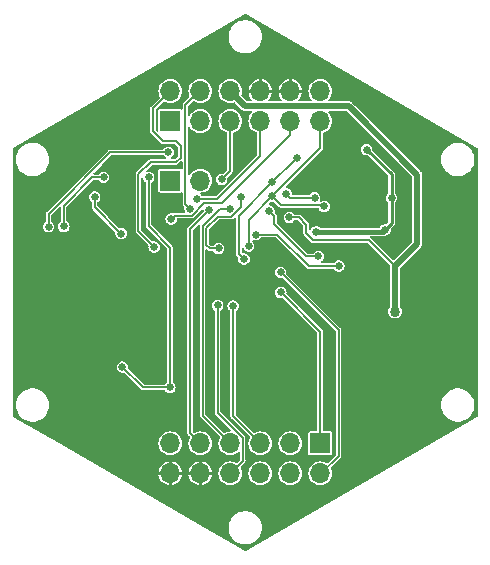
<source format=gbr>
%TF.GenerationSoftware,KiCad,Pcbnew,7.0.5*%
%TF.CreationDate,2023-06-02T12:39:08-04:00*%
%TF.ProjectId,MCU,4d43552e-6b69-4636-9164-5f7063625858,rev?*%
%TF.SameCoordinates,Original*%
%TF.FileFunction,Copper,L2,Bot*%
%TF.FilePolarity,Positive*%
%FSLAX46Y46*%
G04 Gerber Fmt 4.6, Leading zero omitted, Abs format (unit mm)*
G04 Created by KiCad (PCBNEW 7.0.5) date 2023-06-02 12:39:08*
%MOMM*%
%LPD*%
G01*
G04 APERTURE LIST*
%TA.AperFunction,ComponentPad*%
%ADD10R,1.700000X1.700000*%
%TD*%
%TA.AperFunction,ComponentPad*%
%ADD11O,1.700000X1.700000*%
%TD*%
%TA.AperFunction,ViaPad*%
%ADD12C,0.660400*%
%TD*%
%TA.AperFunction,ViaPad*%
%ADD13C,0.863600*%
%TD*%
%TA.AperFunction,Conductor*%
%ADD14C,0.254000*%
%TD*%
%TA.AperFunction,Conductor*%
%ADD15C,0.381000*%
%TD*%
%TA.AperFunction,Conductor*%
%ADD16C,0.152400*%
%TD*%
%TA.AperFunction,Conductor*%
%ADD17C,0.508000*%
%TD*%
G04 APERTURE END LIST*
D10*
%TO.P,J4,1,Pin_1*%
%TO.N,/SWDCLK*%
X143810000Y-91510000D03*
D11*
%TO.P,J4,2,Pin_2*%
%TO.N,/SWDIO*%
X146350000Y-91510000D03*
%TD*%
D10*
%TO.P,J1,1,Pin_1*%
%TO.N,/VBAT*%
X143810000Y-86465599D03*
D11*
%TO.P,J1,2,Pin_2*%
%TO.N,/~{EN}*%
X143810000Y-83925599D03*
%TO.P,J1,3,Pin_3*%
%TO.N,VCC*%
X146350000Y-86465599D03*
%TO.P,J1,4,Pin_4*%
%TO.N,/VBAT_OK*%
X146350000Y-83925599D03*
%TO.P,J1,5,Pin_5*%
%TO.N,/~{I2C_RESET}*%
X148890000Y-86465599D03*
%TO.P,J1,6,Pin_6*%
%TO.N,+5V*%
X148890000Y-83925599D03*
%TO.P,J1,7,Pin_7*%
%TO.N,/RXD*%
X151430000Y-86465599D03*
%TO.P,J1,8,Pin_8*%
%TO.N,GND*%
X151430000Y-83925599D03*
%TO.P,J1,9,Pin_9*%
%TO.N,/TXD*%
X153970000Y-86465599D03*
%TO.P,J1,10,Pin_10*%
%TO.N,GND*%
X153970000Y-83925599D03*
%TO.P,J1,11,Pin_11*%
%TO.N,/SDA*%
X156510000Y-86465599D03*
%TO.P,J1,12,Pin_12*%
%TO.N,/SCL*%
X156510000Y-83925599D03*
%TD*%
D10*
%TO.P,J2,1,Pin_1*%
%TO.N,/D11*%
X156510000Y-113743621D03*
D11*
%TO.P,J2,2,Pin_2*%
%TO.N,/D13*%
X156510000Y-116283621D03*
%TO.P,J2,3,Pin_3*%
%TO.N,/A1*%
X153970000Y-113743621D03*
%TO.P,J2,4,Pin_4*%
%TO.N,/D6*%
X153970000Y-116283621D03*
%TO.P,J2,5,Pin_5*%
%TO.N,/SCK*%
X151430000Y-113743621D03*
%TO.P,J2,6,Pin_6*%
%TO.N,/A5*%
X151430000Y-116283621D03*
%TO.P,J2,7,Pin_7*%
%TO.N,/MOSI*%
X148890000Y-113743621D03*
%TO.P,J2,8,Pin_8*%
%TO.N,/~{CS}*%
X148890000Y-116283621D03*
%TO.P,J2,9,Pin_9*%
%TO.N,/MISO*%
X146350000Y-113743621D03*
%TO.P,J2,10,Pin_10*%
%TO.N,GND*%
X146350000Y-116283621D03*
%TO.P,J2,11,Pin_11*%
%TO.N,/LED2*%
X143810000Y-113743621D03*
%TO.P,J2,12,Pin_12*%
%TO.N,GND*%
X143810000Y-116283621D03*
%TD*%
D12*
%TO.N,GND*%
X135160000Y-107198621D03*
X159160000Y-111198621D03*
X159180000Y-92197500D03*
X135160000Y-101198621D03*
X151160000Y-82198621D03*
X159160000Y-107198621D03*
X133160000Y-107198621D03*
X161160000Y-109198621D03*
X149160000Y-118198621D03*
X163160000Y-107198621D03*
X133160000Y-93198621D03*
X137160000Y-99198621D03*
X157160000Y-101198621D03*
X163160000Y-113198621D03*
X157260000Y-107198621D03*
X158360000Y-93098621D03*
X163160000Y-111198621D03*
X163160000Y-109198621D03*
X155160000Y-107198621D03*
X161160000Y-107198621D03*
X159160000Y-115198621D03*
X155160000Y-118198621D03*
X135160000Y-105198621D03*
X153154300Y-80198620D03*
X165160000Y-111198621D03*
X131160000Y-107198621D03*
X149160000Y-82198621D03*
X159160000Y-103198621D03*
X160060000Y-91298621D03*
X140260000Y-95098621D03*
X141160000Y-111198621D03*
X153100000Y-94158621D03*
X165160000Y-109198621D03*
X147160000Y-118198621D03*
X169160000Y-107198621D03*
X137160000Y-113198621D03*
X135160000Y-111198621D03*
X131160000Y-105198621D03*
X147160000Y-80198621D03*
X137160000Y-111198621D03*
X158360000Y-91298621D03*
X155160000Y-111198621D03*
X161160000Y-103198621D03*
X157260000Y-109198621D03*
X161160000Y-115198621D03*
X160060000Y-93098621D03*
X159160000Y-105198621D03*
X153160000Y-120198621D03*
X159160000Y-109198621D03*
X133160000Y-105198621D03*
X167160000Y-107198621D03*
X166160000Y-93198621D03*
X135160000Y-89198621D03*
X137160000Y-97198621D03*
X137160000Y-103198621D03*
X137160000Y-95198621D03*
X141160000Y-102998621D03*
X131160000Y-97198621D03*
X139160000Y-97198621D03*
X141160000Y-115198621D03*
X153160000Y-118198621D03*
X137160000Y-109198621D03*
X159160000Y-113198621D03*
X168160000Y-93198621D03*
X147160000Y-120198621D03*
X164160000Y-89198621D03*
X151160000Y-118198621D03*
X131160000Y-93198621D03*
X165560000Y-95698621D03*
X145160000Y-82198621D03*
X145160000Y-118198621D03*
X137160000Y-107198621D03*
X162160000Y-87198621D03*
X140060000Y-104398621D03*
X135160000Y-91198621D03*
X161160000Y-111198621D03*
X166160000Y-91198621D03*
X139160000Y-113198621D03*
X137160000Y-101198621D03*
X139160000Y-99198621D03*
X165760000Y-103498621D03*
X137160000Y-89198621D03*
X157260000Y-105198621D03*
X135160000Y-99198621D03*
X155160000Y-109198621D03*
X135160000Y-109198621D03*
X153160000Y-82198621D03*
X135160000Y-97198621D03*
X165560000Y-97798621D03*
X135160000Y-103198621D03*
X138860000Y-93798621D03*
X155160000Y-82198621D03*
X139160000Y-101198621D03*
X147160000Y-82198621D03*
X141160000Y-99198621D03*
X157260000Y-111198621D03*
X139160000Y-111198621D03*
X141160000Y-105798621D03*
X165160000Y-107198621D03*
X139160000Y-103198621D03*
X141160000Y-113198621D03*
X133160000Y-97198621D03*
X161160000Y-113198621D03*
X160160000Y-85198621D03*
X161160000Y-105198621D03*
%TO.N,VCC*%
X162000000Y-95668621D03*
X160440000Y-88870000D03*
X156165000Y-95840000D03*
X162547503Y-92947490D03*
D13*
%TO.N,+5V*%
X162840010Y-102587120D03*
D12*
X153900000Y-94610000D03*
%TO.N,/VBAT*%
X139760000Y-107278621D03*
X141990000Y-91228621D03*
X143790000Y-109018621D03*
%TO.N,/SDA*%
X152447500Y-92840000D03*
X156840000Y-93688621D03*
X150450000Y-97030000D03*
%TO.N,/SCL*%
X154530000Y-89580000D03*
X152447500Y-91660000D03*
X156030000Y-92950000D03*
X153630000Y-92620000D03*
X150060000Y-98140000D03*
%TO.N,/MOSI*%
X148850000Y-93870000D03*
%TO.N,/D11*%
X153180000Y-100968621D03*
%TO.N,/MISO*%
X147120000Y-93970000D03*
%TO.N,/SCK*%
X149140000Y-102108621D03*
%TO.N,/D2*%
X139650000Y-95988621D03*
X137420000Y-92880000D03*
%TO.N,/~{CS}*%
X147830000Y-102058621D03*
%TO.N,/RXD*%
X146110000Y-93058621D03*
%TO.N,/~{RESET}*%
X133510000Y-95408621D03*
X143650000Y-89098621D03*
%TO.N,Net-(JP1-A)*%
X138170000Y-91218621D03*
X134800000Y-95378621D03*
%TO.N,/USB+*%
X151050000Y-96090000D03*
X158090000Y-98740000D03*
%TO.N,/USB-*%
X156360000Y-97920000D03*
X152170000Y-94078621D03*
%TO.N,Net-(U2-P0.18{slash}~{RESET})*%
X149810000Y-92928621D03*
X147900000Y-97250000D03*
%TO.N,/~{EN}*%
X142450000Y-97120000D03*
%TO.N,/VBAT_OK*%
X145490000Y-93868621D03*
%TO.N,/D13*%
X153150000Y-99258621D03*
%TO.N,/TXD*%
X143890000Y-94758621D03*
%TO.N,/~{I2C_RESET}*%
X148170000Y-91398621D03*
%TD*%
D14*
%TO.N,VCC*%
X162547503Y-90977503D02*
X162547503Y-92947490D01*
D15*
X161828621Y-95840000D02*
X162000000Y-95668621D01*
D14*
X162000000Y-95668621D02*
X162547503Y-95121118D01*
D15*
X156165000Y-95840000D02*
X161828621Y-95840000D01*
D14*
X162547503Y-95121118D02*
X162547503Y-92947490D01*
X160440000Y-88870000D02*
X162547503Y-90977503D01*
D16*
%TO.N,+5V*%
X153900000Y-94610000D02*
X154701379Y-94610000D01*
D17*
X158922284Y-85198621D02*
X159191142Y-85467479D01*
D16*
X155320000Y-95968621D02*
X155900000Y-96548621D01*
D17*
X164720000Y-96868621D02*
X164720000Y-90996338D01*
D16*
X160640020Y-96548621D02*
X162840010Y-98748611D01*
X154701379Y-94610000D02*
X155320000Y-95228621D01*
X155900000Y-96548621D02*
X160640020Y-96548621D01*
D17*
X150155000Y-85198621D02*
X158922284Y-85198621D01*
X148890000Y-83933621D02*
X150155000Y-85198621D01*
X162840010Y-102587120D02*
X162840010Y-98748611D01*
D16*
X155320000Y-95228621D02*
X155320000Y-95968621D01*
D17*
X162840010Y-98748611D02*
X164720000Y-96868621D01*
X164720000Y-90996338D02*
X159191142Y-85467479D01*
D16*
%TO.N,/VBAT*%
X141990000Y-91228621D02*
X141990000Y-95368621D01*
X141500000Y-109018621D02*
X143790000Y-109018621D01*
X143790000Y-97168621D02*
X143790000Y-109018621D01*
X141990000Y-95368621D02*
X143790000Y-97168621D01*
X139760000Y-107278621D02*
X141500000Y-109018621D01*
%TO.N,/SDA*%
X156510000Y-88777500D02*
X156510000Y-86385599D01*
X150450000Y-94837500D02*
X152447500Y-92840000D01*
X152447500Y-92840000D02*
X153176121Y-93568621D01*
X156720000Y-93568621D02*
X156840000Y-93688621D01*
X153176121Y-93568621D02*
X156720000Y-93568621D01*
X152447500Y-92840000D02*
X156510000Y-88777500D01*
X150450000Y-97030000D02*
X150450000Y-94837500D01*
%TO.N,/SCL*%
X156030000Y-92950000D02*
X153960000Y-92950000D01*
X154250000Y-89860000D02*
X154530000Y-89580000D01*
X149620000Y-94487500D02*
X152447500Y-91660000D01*
X152450000Y-91660000D02*
X154250000Y-89860000D01*
X150060000Y-98140000D02*
X149620000Y-97700000D01*
X153960000Y-92950000D02*
X153630000Y-92620000D01*
X149620000Y-97700000D02*
X149620000Y-94487500D01*
X152447500Y-91660000D02*
X152450000Y-91660000D01*
%TO.N,/MOSI*%
X146547900Y-111401521D02*
X148890000Y-113743621D01*
X148058621Y-93870000D02*
X146547900Y-95380721D01*
X146547900Y-95380721D02*
X146547900Y-111401521D01*
X148850000Y-93870000D02*
X148058621Y-93870000D01*
%TO.N,/D11*%
X153180000Y-100968621D02*
X156510000Y-104298621D01*
X156510000Y-104298621D02*
X156510000Y-113823621D01*
%TO.N,/MISO*%
X147120000Y-93970000D02*
X145500000Y-95590000D01*
X145500000Y-95590000D02*
X145500000Y-112893621D01*
X145500000Y-112893621D02*
X146350000Y-113743621D01*
%TO.N,/SCK*%
X149140000Y-102108621D02*
X149140000Y-111453621D01*
X149140000Y-111453621D02*
X151430000Y-113743621D01*
%TO.N,/D2*%
X137420000Y-92880000D02*
X137420000Y-93758621D01*
X137420000Y-93758621D02*
X139650000Y-95988621D01*
%TO.N,/~{CS}*%
X149955900Y-113302110D02*
X149955900Y-115217721D01*
X149955900Y-115217721D02*
X148890000Y-116283621D01*
X147830000Y-111176210D02*
X149955900Y-113302110D01*
X147830000Y-102058621D02*
X147830000Y-111176210D01*
%TO.N,/RXD*%
X151430000Y-89408621D02*
X151430000Y-86465599D01*
X147780000Y-93058621D02*
X151430000Y-89408621D01*
X146110000Y-93058621D02*
X147780000Y-93058621D01*
%TO.N,/~{RESET}*%
X133510000Y-94328621D02*
X133510000Y-95408621D01*
X143650000Y-89098621D02*
X138740000Y-89098621D01*
X138740000Y-89098621D02*
X133510000Y-94328621D01*
%TO.N,Net-(JP1-A)*%
X134800000Y-93628621D02*
X134800000Y-95378621D01*
X138170000Y-91218621D02*
X137210000Y-91218621D01*
X137210000Y-91218621D02*
X134800000Y-93628621D01*
%TO.N,/USB+*%
X151050000Y-96090000D02*
X152881379Y-96090000D01*
X152881379Y-96090000D02*
X155531379Y-98740000D01*
X155531379Y-98740000D02*
X158090000Y-98740000D01*
%TO.N,/USB-*%
X155331752Y-97920000D02*
X156360000Y-97920000D01*
X152600000Y-94508621D02*
X152600000Y-95188248D01*
X152170000Y-94078621D02*
X152600000Y-94508621D01*
X152600000Y-95188248D02*
X155331752Y-97920000D01*
%TO.N,Net-(U2-P0.18{slash}~{RESET})*%
X146860000Y-95538621D02*
X146860000Y-96958621D01*
X147151379Y-97250000D02*
X147900000Y-97250000D01*
X149810000Y-92928621D02*
X149810000Y-93748621D01*
X147840000Y-94558621D02*
X146860000Y-95538621D01*
X149810000Y-93748621D02*
X149000000Y-94558621D01*
X146860000Y-96958621D02*
X147151379Y-97250000D01*
X149000000Y-94558621D02*
X147840000Y-94558621D01*
%TO.N,/~{EN}*%
X142340000Y-87328621D02*
X143190000Y-88178621D01*
X143190000Y-88178621D02*
X144300000Y-88178621D01*
X144690000Y-88568621D02*
X144690000Y-89548621D01*
X144690000Y-89548621D02*
X144320000Y-89918621D01*
X144300000Y-88178621D02*
X144690000Y-88568621D01*
X141110000Y-95780000D02*
X142450000Y-97120000D01*
X142170000Y-89918621D02*
X141110000Y-90978621D01*
X143810000Y-83925599D02*
X142340000Y-85395599D01*
X141110000Y-90978621D02*
X141110000Y-95780000D01*
X142340000Y-85395599D02*
X142340000Y-87328621D01*
X144320000Y-89918621D02*
X142170000Y-89918621D01*
%TO.N,/VBAT_OK*%
X145490000Y-93868621D02*
X145090000Y-93468621D01*
X145090000Y-93468621D02*
X145090000Y-85105599D01*
X145090000Y-85105599D02*
X146350000Y-83845599D01*
%TO.N,/D13*%
X156510000Y-116363621D02*
X158070000Y-114803621D01*
X158070000Y-114803621D02*
X158070000Y-104178621D01*
X158070000Y-104178621D02*
X153150000Y-99258621D01*
%TO.N,/TXD*%
X145672303Y-94458621D02*
X144190000Y-94458621D01*
X153970000Y-87667680D02*
X148213780Y-93423900D01*
X153970000Y-86465599D02*
X153970000Y-87667680D01*
X146707024Y-93423900D02*
X145672303Y-94458621D01*
X148213780Y-93423900D02*
X146707024Y-93423900D01*
X144190000Y-94458621D02*
X143890000Y-94758621D01*
%TO.N,/~{I2C_RESET}*%
X148890000Y-90678621D02*
X148890000Y-86385599D01*
X148170000Y-91398621D02*
X148890000Y-90678621D01*
%TD*%
%TA.AperFunction,Conductor*%
%TO.N,GND*%
G36*
X150203946Y-77388502D02*
G01*
X169810750Y-88708494D01*
X169849399Y-88754554D01*
X169854700Y-88784618D01*
X169854700Y-111424599D01*
X169834135Y-111481100D01*
X169810750Y-111500723D01*
X150203949Y-122820715D01*
X150144735Y-122831156D01*
X150116049Y-122820715D01*
X149138254Y-122256185D01*
X146770601Y-120889220D01*
X148749884Y-120889220D01*
X148769115Y-121121316D01*
X148769116Y-121121322D01*
X148826286Y-121347080D01*
X148826289Y-121347088D01*
X148897987Y-121510541D01*
X148919840Y-121560361D01*
X148919844Y-121560367D01*
X149047215Y-121755325D01*
X149047216Y-121755327D01*
X149047220Y-121755331D01*
X149204954Y-121926676D01*
X149388740Y-122069722D01*
X149593563Y-122180567D01*
X149813837Y-122256187D01*
X149813839Y-122256187D01*
X149813841Y-122256188D01*
X150043550Y-122294520D01*
X150043554Y-122294520D01*
X150276450Y-122294520D01*
X150506158Y-122256188D01*
X150506158Y-122256187D01*
X150506163Y-122256187D01*
X150726437Y-122180567D01*
X150931260Y-122069722D01*
X151115046Y-121926676D01*
X151272780Y-121755331D01*
X151400160Y-121560361D01*
X151493712Y-121347084D01*
X151550884Y-121121317D01*
X151570116Y-120889220D01*
X151550884Y-120657123D01*
X151550883Y-120657117D01*
X151493713Y-120431359D01*
X151493710Y-120431351D01*
X151400164Y-120218089D01*
X151400160Y-120218079D01*
X151319435Y-120094520D01*
X151272784Y-120023114D01*
X151272783Y-120023112D01*
X151115050Y-119851768D01*
X151115048Y-119851767D01*
X151115046Y-119851764D01*
X150931260Y-119708718D01*
X150726437Y-119597873D01*
X150726433Y-119597871D01*
X150726430Y-119597870D01*
X150506167Y-119522254D01*
X150506158Y-119522251D01*
X150276450Y-119483920D01*
X150276446Y-119483920D01*
X150043554Y-119483920D01*
X150043550Y-119483920D01*
X149813841Y-119522251D01*
X149813832Y-119522254D01*
X149593569Y-119597870D01*
X149388740Y-119708718D01*
X149204949Y-119851768D01*
X149047216Y-120023112D01*
X149047215Y-120023114D01*
X148919844Y-120218072D01*
X148919835Y-120218089D01*
X148826289Y-120431351D01*
X148826286Y-120431359D01*
X148769116Y-120657117D01*
X148769115Y-120657123D01*
X148749884Y-120889220D01*
X146770601Y-120889220D01*
X139013440Y-116410621D01*
X142815259Y-116410621D01*
X142822105Y-116480132D01*
X142879419Y-116669073D01*
X142972504Y-116843222D01*
X143097759Y-116995845D01*
X143097775Y-116995861D01*
X143250398Y-117121116D01*
X143250397Y-117121116D01*
X143424547Y-117214201D01*
X143613491Y-117271516D01*
X143613498Y-117271517D01*
X143682999Y-117278362D01*
X143683000Y-117278362D01*
X143683000Y-116770502D01*
X143774237Y-116783621D01*
X143845763Y-116783621D01*
X143937000Y-116770502D01*
X143937000Y-117278362D01*
X144006501Y-117271517D01*
X144006508Y-117271516D01*
X144195452Y-117214201D01*
X144369601Y-117121116D01*
X144522224Y-116995861D01*
X144522240Y-116995845D01*
X144647495Y-116843222D01*
X144740580Y-116669073D01*
X144797894Y-116480132D01*
X144804741Y-116410621D01*
X145355259Y-116410621D01*
X145362105Y-116480132D01*
X145419419Y-116669073D01*
X145512504Y-116843222D01*
X145637759Y-116995845D01*
X145637775Y-116995861D01*
X145790398Y-117121116D01*
X145790397Y-117121116D01*
X145964547Y-117214201D01*
X146153491Y-117271516D01*
X146153498Y-117271517D01*
X146222999Y-117278362D01*
X146223000Y-117278362D01*
X146223000Y-116770502D01*
X146314237Y-116783621D01*
X146385763Y-116783621D01*
X146477000Y-116770502D01*
X146477000Y-117278362D01*
X146546501Y-117271517D01*
X146546508Y-117271516D01*
X146735452Y-117214201D01*
X146909601Y-117121116D01*
X147062224Y-116995861D01*
X147062240Y-116995845D01*
X147187495Y-116843222D01*
X147280580Y-116669073D01*
X147337894Y-116480132D01*
X147344741Y-116410621D01*
X146833818Y-116410621D01*
X146850000Y-116355510D01*
X146850000Y-116211732D01*
X146833818Y-116156621D01*
X147344741Y-116156621D01*
X147337894Y-116087109D01*
X147280580Y-115898168D01*
X147187495Y-115724019D01*
X147062240Y-115571396D01*
X147062224Y-115571380D01*
X146909601Y-115446125D01*
X146909602Y-115446125D01*
X146735452Y-115353040D01*
X146546511Y-115295726D01*
X146546512Y-115295726D01*
X146477000Y-115288879D01*
X146477000Y-115796739D01*
X146385763Y-115783621D01*
X146314237Y-115783621D01*
X146223000Y-115796739D01*
X146223000Y-115288879D01*
X146153488Y-115295726D01*
X145964547Y-115353040D01*
X145790398Y-115446125D01*
X145637775Y-115571380D01*
X145637759Y-115571396D01*
X145512504Y-115724019D01*
X145419419Y-115898168D01*
X145362105Y-116087109D01*
X145355259Y-116156621D01*
X145866182Y-116156621D01*
X145850000Y-116211732D01*
X145850000Y-116355510D01*
X145866182Y-116410621D01*
X145355259Y-116410621D01*
X144804741Y-116410621D01*
X144293818Y-116410621D01*
X144310000Y-116355510D01*
X144310000Y-116211732D01*
X144293818Y-116156621D01*
X144804741Y-116156621D01*
X144797894Y-116087109D01*
X144740580Y-115898168D01*
X144647495Y-115724019D01*
X144522240Y-115571396D01*
X144522224Y-115571380D01*
X144369601Y-115446125D01*
X144369602Y-115446125D01*
X144195452Y-115353040D01*
X144006511Y-115295726D01*
X144006512Y-115295726D01*
X143937000Y-115288879D01*
X143937000Y-115796739D01*
X143845763Y-115783621D01*
X143774237Y-115783621D01*
X143683000Y-115796739D01*
X143683000Y-115288879D01*
X143613488Y-115295726D01*
X143424547Y-115353040D01*
X143250398Y-115446125D01*
X143097775Y-115571380D01*
X143097759Y-115571396D01*
X142972504Y-115724019D01*
X142879419Y-115898168D01*
X142822105Y-116087109D01*
X142815259Y-116156621D01*
X143326182Y-116156621D01*
X143310000Y-116211732D01*
X143310000Y-116355510D01*
X143326182Y-116410621D01*
X142815259Y-116410621D01*
X139013440Y-116410621D01*
X134394061Y-113743621D01*
X142802247Y-113743621D01*
X142821612Y-113940230D01*
X142878957Y-114129269D01*
X142878958Y-114129271D01*
X142972084Y-114303499D01*
X143097411Y-114456210D01*
X143250122Y-114581537D01*
X143424350Y-114674663D01*
X143520573Y-114703852D01*
X143602864Y-114728815D01*
X143613397Y-114732010D01*
X143810000Y-114751374D01*
X144006603Y-114732010D01*
X144195650Y-114674663D01*
X144369878Y-114581537D01*
X144522589Y-114456210D01*
X144647916Y-114303499D01*
X144741042Y-114129271D01*
X144798389Y-113940224D01*
X144817753Y-113743621D01*
X144798389Y-113547018D01*
X144741042Y-113357971D01*
X144647916Y-113183743D01*
X144522589Y-113031032D01*
X144369878Y-112905705D01*
X144195650Y-112812579D01*
X144195649Y-112812578D01*
X144195648Y-112812578D01*
X144006609Y-112755233D01*
X144006604Y-112755232D01*
X144006603Y-112755232D01*
X143810000Y-112735868D01*
X143613397Y-112755232D01*
X143613395Y-112755232D01*
X143613390Y-112755233D01*
X143424351Y-112812578D01*
X143250121Y-112905705D01*
X143097413Y-113031030D01*
X143097409Y-113031034D01*
X142972084Y-113183742D01*
X142878957Y-113357972D01*
X142821612Y-113547011D01*
X142802247Y-113743621D01*
X134394061Y-113743621D01*
X130509248Y-111500723D01*
X130470600Y-111454664D01*
X130465300Y-111424605D01*
X130465300Y-110496915D01*
X130749884Y-110496915D01*
X130769115Y-110729011D01*
X130769116Y-110729017D01*
X130826286Y-110954775D01*
X130826289Y-110954783D01*
X130897987Y-111118236D01*
X130919840Y-111168056D01*
X130919844Y-111168062D01*
X131047215Y-111363020D01*
X131047216Y-111363022D01*
X131196925Y-111525650D01*
X131204954Y-111534371D01*
X131388740Y-111677417D01*
X131593563Y-111788262D01*
X131813837Y-111863882D01*
X131813839Y-111863882D01*
X131813841Y-111863883D01*
X132043550Y-111902215D01*
X132043554Y-111902215D01*
X132276450Y-111902215D01*
X132506158Y-111863883D01*
X132506158Y-111863882D01*
X132506163Y-111863882D01*
X132726437Y-111788262D01*
X132931260Y-111677417D01*
X133115046Y-111534371D01*
X133272780Y-111363026D01*
X133400160Y-111168056D01*
X133493712Y-110954779D01*
X133550884Y-110729012D01*
X133570116Y-110496915D01*
X133550884Y-110264818D01*
X133550883Y-110264812D01*
X133493713Y-110039054D01*
X133493710Y-110039046D01*
X133400164Y-109825784D01*
X133400160Y-109825774D01*
X133319435Y-109702215D01*
X133272784Y-109630809D01*
X133272783Y-109630807D01*
X133115050Y-109459463D01*
X133115048Y-109459462D01*
X133115046Y-109459459D01*
X132931260Y-109316413D01*
X132726437Y-109205568D01*
X132726433Y-109205566D01*
X132726430Y-109205565D01*
X132506167Y-109129949D01*
X132506158Y-109129946D01*
X132276450Y-109091615D01*
X132276446Y-109091615D01*
X132043554Y-109091615D01*
X132043550Y-109091615D01*
X131813841Y-109129946D01*
X131813832Y-109129949D01*
X131593569Y-109205565D01*
X131593564Y-109205567D01*
X131593563Y-109205568D01*
X131388740Y-109316413D01*
X131297436Y-109387478D01*
X131204949Y-109459463D01*
X131047216Y-109630807D01*
X131047215Y-109630809D01*
X130919844Y-109825767D01*
X130919835Y-109825784D01*
X130826289Y-110039046D01*
X130826286Y-110039054D01*
X130769116Y-110264812D01*
X130769115Y-110264818D01*
X130749884Y-110496915D01*
X130465300Y-110496915D01*
X130465300Y-95408624D01*
X133021932Y-95408624D01*
X133041700Y-95546119D01*
X133041701Y-95546124D01*
X133041702Y-95546126D01*
X133085709Y-95642488D01*
X133098240Y-95669927D01*
X133099411Y-95672490D01*
X133141566Y-95721140D01*
X133188366Y-95775151D01*
X133190383Y-95777478D01*
X133190385Y-95777479D01*
X133190386Y-95777480D01*
X133307245Y-95852581D01*
X133307246Y-95852581D01*
X133307249Y-95852583D01*
X133379249Y-95873724D01*
X133440536Y-95891720D01*
X133440539Y-95891720D01*
X133440541Y-95891721D01*
X133440542Y-95891721D01*
X133579458Y-95891721D01*
X133579459Y-95891721D01*
X133579461Y-95891720D01*
X133579463Y-95891720D01*
X133595305Y-95887067D01*
X133712751Y-95852583D01*
X133829617Y-95777478D01*
X133920589Y-95672490D01*
X133978298Y-95546126D01*
X133982611Y-95516126D01*
X133998068Y-95408624D01*
X133998068Y-95408617D01*
X133978299Y-95271122D01*
X133978298Y-95271121D01*
X133978298Y-95271116D01*
X133920589Y-95144752D01*
X133829617Y-95039764D01*
X133779476Y-95007540D01*
X133743064Y-94959694D01*
X133739100Y-94933595D01*
X133739100Y-94459927D01*
X133759665Y-94403426D01*
X133764845Y-94397772D01*
X134420845Y-93741772D01*
X134475339Y-93716361D01*
X134533417Y-93731924D01*
X134567905Y-93781177D01*
X134570900Y-93803927D01*
X134570900Y-94903595D01*
X134550335Y-94960096D01*
X134530523Y-94977540D01*
X134510987Y-94990096D01*
X134480383Y-95009764D01*
X134480381Y-95009765D01*
X134389410Y-95114753D01*
X134331702Y-95241116D01*
X134331700Y-95241122D01*
X134311932Y-95378617D01*
X134311932Y-95378624D01*
X134331700Y-95516119D01*
X134331701Y-95516124D01*
X134331702Y-95516126D01*
X134389411Y-95642490D01*
X134480383Y-95747478D01*
X134480385Y-95747479D01*
X134480386Y-95747480D01*
X134597245Y-95822581D01*
X134597246Y-95822581D01*
X134597249Y-95822583D01*
X134688035Y-95849240D01*
X134730536Y-95861720D01*
X134730539Y-95861720D01*
X134730541Y-95861721D01*
X134730542Y-95861721D01*
X134869458Y-95861721D01*
X134869459Y-95861721D01*
X134869461Y-95861720D01*
X134869463Y-95861720D01*
X134900580Y-95852583D01*
X135002751Y-95822583D01*
X135119617Y-95747478D01*
X135210589Y-95642490D01*
X135268298Y-95516126D01*
X135275809Y-95463886D01*
X135288068Y-95378624D01*
X135288068Y-95378617D01*
X135268299Y-95241122D01*
X135268298Y-95241121D01*
X135268298Y-95241116D01*
X135210589Y-95114752D01*
X135119617Y-95009764D01*
X135069476Y-94977540D01*
X135033064Y-94929694D01*
X135029100Y-94903595D01*
X135029100Y-93759927D01*
X135049665Y-93703426D01*
X135054845Y-93697772D01*
X135872614Y-92880003D01*
X136931932Y-92880003D01*
X136951700Y-93017498D01*
X136951701Y-93017503D01*
X136951702Y-93017505D01*
X137009411Y-93143869D01*
X137096746Y-93244660D01*
X137100384Y-93248858D01*
X137118011Y-93260186D01*
X137150521Y-93281078D01*
X137186935Y-93328924D01*
X137190900Y-93355025D01*
X137190900Y-93751471D01*
X137190840Y-93753772D01*
X137189084Y-93787282D01*
X137188666Y-93795260D01*
X137197177Y-93817433D01*
X137201092Y-93830650D01*
X137206031Y-93853888D01*
X137210124Y-93859521D01*
X137221071Y-93879682D01*
X137223567Y-93886183D01*
X137223568Y-93886185D01*
X137240364Y-93902982D01*
X137249320Y-93913468D01*
X137263276Y-93932677D01*
X137263278Y-93932679D01*
X137269308Y-93936160D01*
X137287510Y-93950127D01*
X139151444Y-95814061D01*
X139176855Y-95868555D01*
X139176294Y-95888725D01*
X139161932Y-95988617D01*
X139161932Y-95988624D01*
X139181700Y-96126119D01*
X139181701Y-96126124D01*
X139181702Y-96126126D01*
X139239411Y-96252490D01*
X139289097Y-96309831D01*
X139319436Y-96344845D01*
X139330383Y-96357478D01*
X139330385Y-96357479D01*
X139330386Y-96357480D01*
X139447245Y-96432581D01*
X139447246Y-96432581D01*
X139447249Y-96432583D01*
X139536723Y-96458855D01*
X139580536Y-96471720D01*
X139580539Y-96471720D01*
X139580541Y-96471721D01*
X139580542Y-96471721D01*
X139719458Y-96471721D01*
X139719459Y-96471721D01*
X139719461Y-96471720D01*
X139719463Y-96471720D01*
X139735305Y-96467067D01*
X139852751Y-96432583D01*
X139969617Y-96357478D01*
X140060589Y-96252490D01*
X140118298Y-96126126D01*
X140125091Y-96078881D01*
X140138068Y-95988624D01*
X140138068Y-95988617D01*
X140118299Y-95851122D01*
X140118298Y-95851121D01*
X140118298Y-95851116D01*
X140060589Y-95724752D01*
X139969617Y-95619764D01*
X139969615Y-95619763D01*
X139969613Y-95619761D01*
X139852754Y-95544660D01*
X139852751Y-95544659D01*
X139819631Y-95534934D01*
X139719463Y-95505521D01*
X139719459Y-95505521D01*
X139580541Y-95505521D01*
X139580538Y-95505521D01*
X139561283Y-95511175D01*
X139501277Y-95507360D01*
X139474365Y-95488990D01*
X138576483Y-94591108D01*
X137674845Y-93689469D01*
X137649434Y-93634975D01*
X137649100Y-93627314D01*
X137649100Y-93355025D01*
X137669665Y-93298524D01*
X137689477Y-93281079D01*
X137739617Y-93248857D01*
X137830589Y-93143869D01*
X137888298Y-93017505D01*
X137901077Y-92928624D01*
X137908068Y-92880003D01*
X137908068Y-92879996D01*
X137888299Y-92742501D01*
X137888298Y-92742500D01*
X137888298Y-92742495D01*
X137830589Y-92616131D01*
X137741501Y-92513317D01*
X137739618Y-92511144D01*
X137739613Y-92511140D01*
X137622754Y-92436039D01*
X137622751Y-92436038D01*
X137596092Y-92428210D01*
X137489463Y-92396900D01*
X137489459Y-92396900D01*
X137350541Y-92396900D01*
X137350536Y-92396900D01*
X137217249Y-92436038D01*
X137217245Y-92436039D01*
X137100386Y-92511140D01*
X137100381Y-92511144D01*
X137009410Y-92616132D01*
X136951702Y-92742495D01*
X136951700Y-92742501D01*
X136931932Y-92879996D01*
X136931932Y-92880003D01*
X135872614Y-92880003D01*
X137279152Y-91473466D01*
X137333646Y-91448055D01*
X137341307Y-91447721D01*
X137689141Y-91447721D01*
X137745642Y-91468286D01*
X137755572Y-91478059D01*
X137759410Y-91482488D01*
X137759411Y-91482490D01*
X137850383Y-91587478D01*
X137850385Y-91587479D01*
X137850386Y-91587480D01*
X137967245Y-91662581D01*
X137967246Y-91662581D01*
X137967249Y-91662583D01*
X138058035Y-91689240D01*
X138100536Y-91701720D01*
X138100539Y-91701720D01*
X138100541Y-91701721D01*
X138100542Y-91701721D01*
X138239458Y-91701721D01*
X138239459Y-91701721D01*
X138239461Y-91701720D01*
X138239463Y-91701720D01*
X138255305Y-91697067D01*
X138372751Y-91662583D01*
X138489617Y-91587478D01*
X138580589Y-91482490D01*
X138638298Y-91356126D01*
X138642758Y-91325104D01*
X138658068Y-91218624D01*
X138658068Y-91218617D01*
X138638299Y-91081122D01*
X138638298Y-91081121D01*
X138638298Y-91081116D01*
X138580589Y-90954752D01*
X138489617Y-90849764D01*
X138489615Y-90849763D01*
X138489613Y-90849761D01*
X138372754Y-90774660D01*
X138372751Y-90774659D01*
X138346092Y-90766831D01*
X138239463Y-90735521D01*
X138239459Y-90735521D01*
X138100541Y-90735521D01*
X138100536Y-90735521D01*
X137967249Y-90774659D01*
X137967245Y-90774660D01*
X137850386Y-90849761D01*
X137850381Y-90849765D01*
X137755572Y-90959183D01*
X137703030Y-90988417D01*
X137689141Y-90989521D01*
X137385306Y-90989521D01*
X137328805Y-90968956D01*
X137298741Y-90916885D01*
X137309182Y-90857671D01*
X137323151Y-90839466D01*
X138012663Y-90149955D01*
X138809151Y-89353466D01*
X138863646Y-89328055D01*
X138871307Y-89327721D01*
X143169141Y-89327721D01*
X143225642Y-89348286D01*
X143235572Y-89358059D01*
X143239410Y-89362488D01*
X143239411Y-89362490D01*
X143249094Y-89373665D01*
X143328341Y-89465122D01*
X143330383Y-89467478D01*
X143330385Y-89467479D01*
X143330386Y-89467480D01*
X143424051Y-89527675D01*
X143460465Y-89575522D01*
X143457604Y-89635581D01*
X143416807Y-89679750D01*
X143376529Y-89689521D01*
X142177149Y-89689521D01*
X142174848Y-89689461D01*
X142133360Y-89687287D01*
X142111188Y-89695797D01*
X142097972Y-89699711D01*
X142074736Y-89704651D01*
X142074735Y-89704651D01*
X142069095Y-89708749D01*
X142048942Y-89719691D01*
X142042435Y-89722189D01*
X142042432Y-89722191D01*
X142025639Y-89738984D01*
X142015154Y-89747939D01*
X141995945Y-89761895D01*
X141995938Y-89761902D01*
X141992458Y-89767931D01*
X141978493Y-89786130D01*
X140953040Y-90811582D01*
X140951372Y-90813165D01*
X140920514Y-90840950D01*
X140916809Y-90849271D01*
X140910849Y-90862655D01*
X140904278Y-90874758D01*
X140898195Y-90884127D01*
X140891338Y-90894686D01*
X140890248Y-90901568D01*
X140883735Y-90923555D01*
X140880900Y-90929924D01*
X140880900Y-90953672D01*
X140879818Y-90967421D01*
X140876103Y-90990876D01*
X140876103Y-90990879D01*
X140877905Y-90997603D01*
X140880900Y-91020354D01*
X140880900Y-95772850D01*
X140880840Y-95775151D01*
X140878666Y-95816639D01*
X140887177Y-95838812D01*
X140891091Y-95852026D01*
X140891210Y-95852583D01*
X140896031Y-95875267D01*
X140900124Y-95880900D01*
X140911071Y-95901061D01*
X140913567Y-95907562D01*
X140913568Y-95907564D01*
X140930364Y-95924361D01*
X140939320Y-95934847D01*
X140953276Y-95954056D01*
X140953278Y-95954058D01*
X140959308Y-95957539D01*
X140977510Y-95971506D01*
X141951444Y-96945440D01*
X141976855Y-96999934D01*
X141976294Y-97020104D01*
X141961932Y-97119996D01*
X141961932Y-97120003D01*
X141981700Y-97257498D01*
X141981701Y-97257503D01*
X141981702Y-97257505D01*
X142039411Y-97383869D01*
X142087602Y-97439485D01*
X142121928Y-97479100D01*
X142130383Y-97488857D01*
X142130385Y-97488858D01*
X142130386Y-97488859D01*
X142247245Y-97563960D01*
X142247246Y-97563960D01*
X142247249Y-97563962D01*
X142338035Y-97590619D01*
X142380536Y-97603099D01*
X142380539Y-97603099D01*
X142380541Y-97603100D01*
X142380542Y-97603100D01*
X142519458Y-97603100D01*
X142519459Y-97603100D01*
X142519461Y-97603099D01*
X142519463Y-97603099D01*
X142535305Y-97598447D01*
X142652751Y-97563962D01*
X142769617Y-97488857D01*
X142860589Y-97383869D01*
X142918298Y-97257505D01*
X142921135Y-97237771D01*
X142938068Y-97120003D01*
X142938068Y-97119996D01*
X142918299Y-96982501D01*
X142918298Y-96982500D01*
X142918298Y-96982495D01*
X142860589Y-96856131D01*
X142769617Y-96751143D01*
X142769615Y-96751142D01*
X142769613Y-96751140D01*
X142652754Y-96676039D01*
X142652751Y-96676038D01*
X142626092Y-96668210D01*
X142519463Y-96636900D01*
X142519459Y-96636900D01*
X142380541Y-96636900D01*
X142380538Y-96636900D01*
X142361283Y-96642554D01*
X142301277Y-96638739D01*
X142274365Y-96620369D01*
X141821664Y-96167668D01*
X141364845Y-95710848D01*
X141339434Y-95656354D01*
X141339100Y-95648693D01*
X141339100Y-91325104D01*
X141359665Y-91268603D01*
X141411736Y-91238539D01*
X141470950Y-91248980D01*
X141509599Y-91295040D01*
X141514005Y-91312595D01*
X141521700Y-91366119D01*
X141521701Y-91366124D01*
X141521702Y-91366126D01*
X141579411Y-91492490D01*
X141617221Y-91536125D01*
X141670384Y-91597479D01*
X141696673Y-91614373D01*
X141720521Y-91629699D01*
X141756935Y-91677545D01*
X141760900Y-91703646D01*
X141760900Y-95361471D01*
X141760840Y-95363772D01*
X141758666Y-95405260D01*
X141767177Y-95427433D01*
X141771092Y-95440650D01*
X141776031Y-95463888D01*
X141780124Y-95469521D01*
X141791071Y-95489682D01*
X141793567Y-95496183D01*
X141793568Y-95496185D01*
X141810364Y-95512982D01*
X141819320Y-95523468D01*
X141833276Y-95542677D01*
X141833278Y-95542679D01*
X141839308Y-95546160D01*
X141857510Y-95560127D01*
X142697055Y-96399672D01*
X143535155Y-97237771D01*
X143560566Y-97292265D01*
X143560900Y-97299926D01*
X143560900Y-108543595D01*
X143540335Y-108600096D01*
X143520523Y-108617541D01*
X143470383Y-108649764D01*
X143470381Y-108649765D01*
X143375572Y-108759183D01*
X143323030Y-108788417D01*
X143309141Y-108789521D01*
X141631306Y-108789521D01*
X141574805Y-108768956D01*
X141569151Y-108763776D01*
X140258555Y-107453179D01*
X140233144Y-107398685D01*
X140233704Y-107378520D01*
X140248068Y-107278621D01*
X140248068Y-107278617D01*
X140228299Y-107141122D01*
X140228298Y-107141121D01*
X140228298Y-107141116D01*
X140170589Y-107014752D01*
X140079617Y-106909764D01*
X140079615Y-106909763D01*
X140079613Y-106909761D01*
X139962754Y-106834660D01*
X139962751Y-106834659D01*
X139936092Y-106826831D01*
X139829463Y-106795521D01*
X139829459Y-106795521D01*
X139690541Y-106795521D01*
X139690536Y-106795521D01*
X139557249Y-106834659D01*
X139557245Y-106834660D01*
X139440386Y-106909761D01*
X139440381Y-106909765D01*
X139349410Y-107014753D01*
X139291702Y-107141116D01*
X139291700Y-107141122D01*
X139271932Y-107278617D01*
X139271932Y-107278624D01*
X139291700Y-107416119D01*
X139291701Y-107416124D01*
X139291702Y-107416126D01*
X139349411Y-107542490D01*
X139440383Y-107647478D01*
X139440385Y-107647479D01*
X139440386Y-107647480D01*
X139557245Y-107722581D01*
X139557246Y-107722581D01*
X139557249Y-107722583D01*
X139648035Y-107749240D01*
X139690536Y-107761720D01*
X139690539Y-107761720D01*
X139690541Y-107761721D01*
X139690542Y-107761721D01*
X139829460Y-107761721D01*
X139829463Y-107761720D01*
X139848711Y-107756068D01*
X139908718Y-107759879D01*
X139935634Y-107778251D01*
X141332951Y-109175569D01*
X141334535Y-109177238D01*
X141362330Y-109208107D01*
X141384027Y-109217767D01*
X141396141Y-109224344D01*
X141416064Y-109237283D01*
X141422940Y-109238371D01*
X141444944Y-109244889D01*
X141451303Y-109247721D01*
X141475052Y-109247721D01*
X141488801Y-109248803D01*
X141493877Y-109249606D01*
X141512259Y-109252518D01*
X141518984Y-109250715D01*
X141541734Y-109247721D01*
X143309141Y-109247721D01*
X143365642Y-109268286D01*
X143375572Y-109278059D01*
X143379410Y-109282488D01*
X143379411Y-109282490D01*
X143470383Y-109387478D01*
X143470385Y-109387479D01*
X143470386Y-109387480D01*
X143587245Y-109462581D01*
X143587246Y-109462581D01*
X143587249Y-109462583D01*
X143678035Y-109489240D01*
X143720536Y-109501720D01*
X143720539Y-109501720D01*
X143720541Y-109501721D01*
X143720542Y-109501721D01*
X143859458Y-109501721D01*
X143859459Y-109501721D01*
X143859461Y-109501720D01*
X143859463Y-109501720D01*
X143875305Y-109497067D01*
X143992751Y-109462583D01*
X144109617Y-109387478D01*
X144200589Y-109282490D01*
X144258298Y-109156126D01*
X144278068Y-109018621D01*
X144278068Y-109018617D01*
X144258299Y-108881122D01*
X144258298Y-108881121D01*
X144258298Y-108881116D01*
X144200589Y-108754752D01*
X144109617Y-108649764D01*
X144059476Y-108617540D01*
X144023064Y-108569694D01*
X144019100Y-108543595D01*
X144019100Y-97175768D01*
X144019160Y-97173467D01*
X144019473Y-97167498D01*
X144021334Y-97131981D01*
X144016735Y-97120000D01*
X144012823Y-97109808D01*
X144008906Y-97096584D01*
X144005781Y-97081884D01*
X144003969Y-97073356D01*
X143999874Y-97067720D01*
X143988927Y-97047556D01*
X143986433Y-97041059D01*
X143986432Y-97041058D01*
X143986432Y-97041057D01*
X143969630Y-97024255D01*
X143960677Y-97013771D01*
X143950915Y-97000335D01*
X143946722Y-96994563D01*
X143946721Y-96994562D01*
X143946722Y-96994562D01*
X143940692Y-96991081D01*
X143922488Y-96977113D01*
X142244845Y-95299469D01*
X142219434Y-95244975D01*
X142219100Y-95237314D01*
X142219100Y-91703646D01*
X142239665Y-91647145D01*
X142259477Y-91629700D01*
X142309617Y-91597478D01*
X142400589Y-91492490D01*
X142458298Y-91366126D01*
X142478068Y-91228621D01*
X142478068Y-91228617D01*
X142458299Y-91091122D01*
X142458298Y-91091121D01*
X142458298Y-91091116D01*
X142400589Y-90964752D01*
X142309617Y-90859764D01*
X142309615Y-90859763D01*
X142309613Y-90859761D01*
X142192754Y-90784660D01*
X142192751Y-90784659D01*
X142166092Y-90776831D01*
X142059463Y-90745521D01*
X142059459Y-90745521D01*
X141920541Y-90745521D01*
X141920536Y-90745521D01*
X141892181Y-90753847D01*
X141832175Y-90750032D01*
X141788660Y-90708539D01*
X141781997Y-90648782D01*
X141805262Y-90607354D01*
X142239151Y-90173466D01*
X142293645Y-90148055D01*
X142301306Y-90147721D01*
X144312851Y-90147721D01*
X144315152Y-90147781D01*
X144322843Y-90148183D01*
X144356639Y-90149955D01*
X144378809Y-90141444D01*
X144392027Y-90137528D01*
X144415265Y-90132590D01*
X144420894Y-90128499D01*
X144441061Y-90117548D01*
X144447564Y-90115053D01*
X144464365Y-90098250D01*
X144474840Y-90089304D01*
X144494058Y-90075343D01*
X144497538Y-90069315D01*
X144511502Y-90051114D01*
X144710845Y-89851771D01*
X144765339Y-89826361D01*
X144823418Y-89841924D01*
X144857905Y-89891177D01*
X144860900Y-89913927D01*
X144860900Y-90445897D01*
X144840335Y-90502398D01*
X144788264Y-90532462D01*
X144729050Y-90522021D01*
X144724166Y-90518983D01*
X144719660Y-90515972D01*
X144689924Y-90510057D01*
X144675057Y-90507100D01*
X144675056Y-90507100D01*
X142944941Y-90507100D01*
X142900341Y-90515972D01*
X142849767Y-90549765D01*
X142849764Y-90549768D01*
X142815971Y-90600341D01*
X142807100Y-90644943D01*
X142807100Y-92375058D01*
X142815972Y-92419658D01*
X142849766Y-92470234D01*
X142866701Y-92481550D01*
X142900341Y-92504028D01*
X142905786Y-92505111D01*
X142944943Y-92512900D01*
X144675056Y-92512899D01*
X144675058Y-92512899D01*
X144687750Y-92510374D01*
X144719658Y-92504028D01*
X144724164Y-92501016D01*
X144782568Y-92486724D01*
X144836495Y-92513317D01*
X144860712Y-92568352D01*
X144860900Y-92574102D01*
X144860900Y-93461471D01*
X144860840Y-93463772D01*
X144858666Y-93505260D01*
X144867177Y-93527433D01*
X144871091Y-93540647D01*
X144872667Y-93548060D01*
X144876031Y-93563888D01*
X144880124Y-93569521D01*
X144891071Y-93589682D01*
X144893567Y-93596183D01*
X144893568Y-93596185D01*
X144910364Y-93612982D01*
X144919320Y-93623468D01*
X144933276Y-93642677D01*
X144933278Y-93642679D01*
X144939308Y-93646160D01*
X144957510Y-93660127D01*
X144991444Y-93694061D01*
X145016855Y-93748555D01*
X145016294Y-93768725D01*
X145001932Y-93868617D01*
X145001932Y-93868624D01*
X145021700Y-94006119D01*
X145021702Y-94006125D01*
X145066905Y-94105106D01*
X145071670Y-94165044D01*
X145036793Y-94214022D01*
X144986948Y-94229521D01*
X144197149Y-94229521D01*
X144194848Y-94229461D01*
X144167451Y-94228025D01*
X144153361Y-94227287D01*
X144153360Y-94227287D01*
X144153359Y-94227287D01*
X144131188Y-94235797D01*
X144117971Y-94239712D01*
X144111238Y-94241144D01*
X144094735Y-94244652D01*
X144094732Y-94244653D01*
X144089095Y-94248749D01*
X144068942Y-94259691D01*
X144062435Y-94262189D01*
X144054685Y-94267222D01*
X144053127Y-94264823D01*
X144011127Y-94284402D01*
X143978715Y-94281175D01*
X143974454Y-94279924D01*
X143959459Y-94275521D01*
X143820541Y-94275521D01*
X143820536Y-94275521D01*
X143687249Y-94314659D01*
X143687245Y-94314660D01*
X143570386Y-94389761D01*
X143570381Y-94389765D01*
X143479410Y-94494753D01*
X143421702Y-94621116D01*
X143421700Y-94621122D01*
X143401932Y-94758617D01*
X143401932Y-94758624D01*
X143421700Y-94896119D01*
X143421701Y-94896124D01*
X143421702Y-94896126D01*
X143454877Y-94968769D01*
X143472583Y-95007540D01*
X143479411Y-95022490D01*
X143570383Y-95127478D01*
X143570385Y-95127479D01*
X143570386Y-95127480D01*
X143687245Y-95202581D01*
X143687246Y-95202581D01*
X143687249Y-95202583D01*
X143763210Y-95224887D01*
X143820536Y-95241720D01*
X143820539Y-95241720D01*
X143820541Y-95241721D01*
X143820542Y-95241721D01*
X143959458Y-95241721D01*
X143959459Y-95241721D01*
X143959461Y-95241720D01*
X143959463Y-95241720D01*
X143975305Y-95237068D01*
X144092751Y-95202583D01*
X144209617Y-95127478D01*
X144300589Y-95022490D01*
X144358298Y-94896126D01*
X144362391Y-94867660D01*
X144377423Y-94763112D01*
X144405819Y-94710112D01*
X144461639Y-94687765D01*
X144464428Y-94687721D01*
X145665154Y-94687721D01*
X145667455Y-94687781D01*
X145675146Y-94688183D01*
X145708942Y-94689955D01*
X145731112Y-94681444D01*
X145744330Y-94677528D01*
X145767568Y-94672590D01*
X145773197Y-94668499D01*
X145793364Y-94657548D01*
X145799867Y-94655053D01*
X145816668Y-94638250D01*
X145827143Y-94629304D01*
X145846361Y-94615343D01*
X145849843Y-94609311D01*
X145863806Y-94591112D01*
X146489283Y-93965635D01*
X146543776Y-93940225D01*
X146601854Y-93955788D01*
X146636342Y-94005041D01*
X146638443Y-94015283D01*
X146646294Y-94069895D01*
X146633978Y-94128747D01*
X146621443Y-94144558D01*
X145343040Y-95422961D01*
X145341372Y-95424544D01*
X145310514Y-95452329D01*
X145310513Y-95452330D01*
X145310514Y-95452330D01*
X145300849Y-95474034D01*
X145294278Y-95486137D01*
X145285226Y-95500076D01*
X145281338Y-95506065D01*
X145280248Y-95512947D01*
X145273735Y-95534934D01*
X145270900Y-95541303D01*
X145270900Y-95565051D01*
X145269818Y-95578800D01*
X145266103Y-95602255D01*
X145266103Y-95602258D01*
X145267905Y-95608982D01*
X145270900Y-95631733D01*
X145270900Y-112886471D01*
X145270840Y-112888772D01*
X145268666Y-112930260D01*
X145277177Y-112952433D01*
X145281092Y-112965650D01*
X145286031Y-112988888D01*
X145290124Y-112994521D01*
X145301071Y-113014682D01*
X145303567Y-113021183D01*
X145303568Y-113021185D01*
X145320364Y-113037982D01*
X145329320Y-113048468D01*
X145343276Y-113067677D01*
X145343278Y-113067679D01*
X145349308Y-113071160D01*
X145367510Y-113085127D01*
X145449978Y-113167595D01*
X145475389Y-113222089D01*
X145465344Y-113271185D01*
X145418958Y-113357968D01*
X145418957Y-113357972D01*
X145361612Y-113547011D01*
X145342247Y-113743621D01*
X145361612Y-113940230D01*
X145418957Y-114129269D01*
X145418958Y-114129271D01*
X145512084Y-114303499D01*
X145637411Y-114456210D01*
X145790122Y-114581537D01*
X145964350Y-114674663D01*
X146060573Y-114703852D01*
X146142864Y-114728815D01*
X146153397Y-114732010D01*
X146350000Y-114751374D01*
X146546603Y-114732010D01*
X146735650Y-114674663D01*
X146909878Y-114581537D01*
X147062589Y-114456210D01*
X147187916Y-114303499D01*
X147281042Y-114129271D01*
X147338389Y-113940224D01*
X147357753Y-113743621D01*
X147338389Y-113547018D01*
X147281042Y-113357971D01*
X147187916Y-113183743D01*
X147062589Y-113031032D01*
X146909878Y-112905705D01*
X146735650Y-112812579D01*
X146735649Y-112812578D01*
X146735648Y-112812578D01*
X146546609Y-112755233D01*
X146546604Y-112755232D01*
X146546603Y-112755232D01*
X146350000Y-112735868D01*
X146153397Y-112755232D01*
X146153395Y-112755232D01*
X146153390Y-112755233D01*
X145964351Y-112812578D01*
X145964347Y-112812579D01*
X145877565Y-112858965D01*
X145818041Y-112867463D01*
X145773974Y-112843597D01*
X145754844Y-112824466D01*
X145729434Y-112769972D01*
X145729100Y-112762313D01*
X145729100Y-95721306D01*
X145749665Y-95664805D01*
X145754845Y-95659151D01*
X145961667Y-95452329D01*
X146173509Y-95240486D01*
X146228002Y-95215076D01*
X146286080Y-95230638D01*
X146320568Y-95279892D01*
X146317242Y-95322250D01*
X146320720Y-95322990D01*
X146318800Y-95332023D01*
X146318800Y-95355772D01*
X146317718Y-95369521D01*
X146314003Y-95392976D01*
X146314003Y-95392979D01*
X146315805Y-95399703D01*
X146318800Y-95422454D01*
X146318800Y-111394371D01*
X146318740Y-111396672D01*
X146316566Y-111438160D01*
X146325077Y-111460333D01*
X146328991Y-111473547D01*
X146330567Y-111480960D01*
X146333931Y-111496788D01*
X146338024Y-111502421D01*
X146348971Y-111522582D01*
X146351467Y-111529083D01*
X146351468Y-111529085D01*
X146368264Y-111545882D01*
X146377220Y-111556368D01*
X146391176Y-111575577D01*
X146391178Y-111575579D01*
X146397208Y-111579060D01*
X146415410Y-111593027D01*
X147989978Y-113167595D01*
X148015389Y-113222089D01*
X148005344Y-113271185D01*
X147958958Y-113357968D01*
X147958957Y-113357972D01*
X147901612Y-113547011D01*
X147882247Y-113743620D01*
X147901612Y-113940230D01*
X147958957Y-114129269D01*
X147958958Y-114129271D01*
X148052084Y-114303499D01*
X148177411Y-114456210D01*
X148330122Y-114581537D01*
X148504350Y-114674663D01*
X148600573Y-114703852D01*
X148682864Y-114728815D01*
X148693397Y-114732010D01*
X148890000Y-114751374D01*
X149086603Y-114732010D01*
X149275650Y-114674663D01*
X149449878Y-114581537D01*
X149583136Y-114472174D01*
X149639859Y-114452226D01*
X149696132Y-114473406D01*
X149725626Y-114525802D01*
X149726800Y-114540121D01*
X149726800Y-115086413D01*
X149706235Y-115142914D01*
X149701055Y-115148568D01*
X149466024Y-115383599D01*
X149411530Y-115409010D01*
X149362434Y-115398965D01*
X149275652Y-115352579D01*
X149275648Y-115352578D01*
X149086609Y-115295233D01*
X149086604Y-115295232D01*
X149086603Y-115295232D01*
X148890000Y-115275868D01*
X148889999Y-115275868D01*
X148842657Y-115280530D01*
X148693397Y-115295232D01*
X148693395Y-115295232D01*
X148693390Y-115295233D01*
X148504351Y-115352578D01*
X148330121Y-115445705D01*
X148177413Y-115571030D01*
X148177409Y-115571034D01*
X148052084Y-115723742D01*
X147958957Y-115897972D01*
X147901612Y-116087011D01*
X147882247Y-116283621D01*
X147901612Y-116480230D01*
X147958898Y-116669073D01*
X147958958Y-116669271D01*
X148052084Y-116843499D01*
X148177411Y-116996210D01*
X148330122Y-117121537D01*
X148504350Y-117214663D01*
X148638715Y-117255422D01*
X148691771Y-117271517D01*
X148693397Y-117272010D01*
X148890000Y-117291374D01*
X149086603Y-117272010D01*
X149275650Y-117214663D01*
X149449878Y-117121537D01*
X149602589Y-116996210D01*
X149727916Y-116843499D01*
X149821042Y-116669271D01*
X149878389Y-116480224D01*
X149897753Y-116283621D01*
X150422247Y-116283621D01*
X150441612Y-116480230D01*
X150498898Y-116669073D01*
X150498958Y-116669271D01*
X150592084Y-116843499D01*
X150717411Y-116996210D01*
X150870122Y-117121537D01*
X151044350Y-117214663D01*
X151178715Y-117255422D01*
X151231771Y-117271517D01*
X151233397Y-117272010D01*
X151430000Y-117291374D01*
X151626603Y-117272010D01*
X151815650Y-117214663D01*
X151989878Y-117121537D01*
X152142589Y-116996210D01*
X152267916Y-116843499D01*
X152361042Y-116669271D01*
X152418389Y-116480224D01*
X152437753Y-116283621D01*
X152962247Y-116283621D01*
X152981612Y-116480230D01*
X153038898Y-116669073D01*
X153038958Y-116669271D01*
X153132084Y-116843499D01*
X153257411Y-116996210D01*
X153410122Y-117121537D01*
X153584350Y-117214663D01*
X153718715Y-117255422D01*
X153771771Y-117271517D01*
X153773397Y-117272010D01*
X153970000Y-117291374D01*
X154166603Y-117272010D01*
X154355650Y-117214663D01*
X154529878Y-117121537D01*
X154682589Y-116996210D01*
X154807916Y-116843499D01*
X154901042Y-116669271D01*
X154958389Y-116480224D01*
X154977753Y-116283621D01*
X154958389Y-116087018D01*
X154901042Y-115897971D01*
X154807916Y-115723743D01*
X154682589Y-115571032D01*
X154529878Y-115445705D01*
X154355650Y-115352579D01*
X154355649Y-115352578D01*
X154355648Y-115352578D01*
X154166609Y-115295233D01*
X154166604Y-115295232D01*
X154166603Y-115295232D01*
X153970000Y-115275868D01*
X153773397Y-115295232D01*
X153773395Y-115295232D01*
X153773390Y-115295233D01*
X153584351Y-115352578D01*
X153410121Y-115445705D01*
X153257413Y-115571030D01*
X153257409Y-115571034D01*
X153132084Y-115723742D01*
X153038957Y-115897972D01*
X152981612Y-116087011D01*
X152962247Y-116283621D01*
X152437753Y-116283621D01*
X152418389Y-116087018D01*
X152361042Y-115897971D01*
X152267916Y-115723743D01*
X152142589Y-115571032D01*
X151989878Y-115445705D01*
X151815650Y-115352579D01*
X151815649Y-115352578D01*
X151815648Y-115352578D01*
X151626609Y-115295233D01*
X151626604Y-115295232D01*
X151626603Y-115295232D01*
X151430000Y-115275868D01*
X151429999Y-115275868D01*
X151382657Y-115280530D01*
X151233397Y-115295232D01*
X151233395Y-115295232D01*
X151233390Y-115295233D01*
X151044351Y-115352578D01*
X150870121Y-115445705D01*
X150717413Y-115571030D01*
X150717409Y-115571034D01*
X150592084Y-115723742D01*
X150498957Y-115897972D01*
X150441612Y-116087011D01*
X150422247Y-116283621D01*
X149897753Y-116283621D01*
X149878389Y-116087018D01*
X149821042Y-115897971D01*
X149774653Y-115811183D01*
X149766156Y-115751663D01*
X149790018Y-115707597D01*
X150112865Y-115384750D01*
X150114498Y-115383201D01*
X150145386Y-115355391D01*
X150155045Y-115333694D01*
X150161619Y-115321585D01*
X150174561Y-115301658D01*
X150175649Y-115294781D01*
X150182165Y-115272783D01*
X150185000Y-115266418D01*
X150185000Y-115242668D01*
X150186082Y-115228917D01*
X150189797Y-115205463D01*
X150189796Y-115205459D01*
X150189796Y-115205457D01*
X150187995Y-115198735D01*
X150185000Y-115175987D01*
X150185000Y-113309277D01*
X150185060Y-113306976D01*
X150186935Y-113271186D01*
X150187235Y-113265471D01*
X150178724Y-113243302D01*
X150174807Y-113230075D01*
X150169870Y-113206847D01*
X150169869Y-113206845D01*
X150165774Y-113201209D01*
X150154827Y-113181047D01*
X150152332Y-113174546D01*
X150135536Y-113157750D01*
X150126578Y-113147261D01*
X150112621Y-113128051D01*
X150106592Y-113124570D01*
X150088388Y-113110602D01*
X148084845Y-111107058D01*
X148059434Y-111052564D01*
X148059100Y-111044903D01*
X148059100Y-102533646D01*
X148079665Y-102477145D01*
X148099477Y-102459700D01*
X148149617Y-102427478D01*
X148240589Y-102322490D01*
X148298298Y-102196126D01*
X148310879Y-102108624D01*
X148651932Y-102108624D01*
X148671700Y-102246119D01*
X148671701Y-102246124D01*
X148671702Y-102246126D01*
X148729411Y-102372490D01*
X148820383Y-102477478D01*
X148820384Y-102477479D01*
X148833097Y-102485649D01*
X148870521Y-102509699D01*
X148906935Y-102557545D01*
X148910900Y-102583646D01*
X148910900Y-111446471D01*
X148910840Y-111448772D01*
X148908666Y-111490260D01*
X148917177Y-111512433D01*
X148921092Y-111525650D01*
X148926031Y-111548888D01*
X148930124Y-111554521D01*
X148941071Y-111574682D01*
X148943567Y-111581183D01*
X148943568Y-111581185D01*
X148960364Y-111597982D01*
X148969320Y-111608468D01*
X148983276Y-111627677D01*
X148983278Y-111627679D01*
X148989308Y-111631160D01*
X149007510Y-111645127D01*
X150529978Y-113167596D01*
X150555389Y-113222090D01*
X150545344Y-113271186D01*
X150498958Y-113357968D01*
X150498957Y-113357972D01*
X150441612Y-113547011D01*
X150422247Y-113743620D01*
X150441612Y-113940230D01*
X150498957Y-114129269D01*
X150498958Y-114129271D01*
X150592084Y-114303499D01*
X150717411Y-114456210D01*
X150870122Y-114581537D01*
X151044350Y-114674663D01*
X151140573Y-114703852D01*
X151222864Y-114728815D01*
X151233397Y-114732010D01*
X151430000Y-114751374D01*
X151626603Y-114732010D01*
X151815650Y-114674663D01*
X151989878Y-114581537D01*
X152142589Y-114456210D01*
X152267916Y-114303499D01*
X152361042Y-114129271D01*
X152418389Y-113940224D01*
X152437753Y-113743621D01*
X152437753Y-113743620D01*
X152962247Y-113743620D01*
X152981612Y-113940230D01*
X153038957Y-114129269D01*
X153038958Y-114129271D01*
X153132084Y-114303499D01*
X153257411Y-114456210D01*
X153410122Y-114581537D01*
X153584350Y-114674663D01*
X153680573Y-114703852D01*
X153762864Y-114728815D01*
X153773397Y-114732010D01*
X153970000Y-114751374D01*
X154166603Y-114732010D01*
X154355650Y-114674663D01*
X154529878Y-114581537D01*
X154682589Y-114456210D01*
X154807916Y-114303499D01*
X154901042Y-114129271D01*
X154958389Y-113940224D01*
X154977753Y-113743621D01*
X154958389Y-113547018D01*
X154901042Y-113357971D01*
X154807916Y-113183743D01*
X154682589Y-113031032D01*
X154529878Y-112905705D01*
X154355650Y-112812579D01*
X154355649Y-112812578D01*
X154355648Y-112812578D01*
X154166609Y-112755233D01*
X154166604Y-112755232D01*
X154166603Y-112755232D01*
X153970000Y-112735868D01*
X153773397Y-112755232D01*
X153773395Y-112755232D01*
X153773390Y-112755233D01*
X153584351Y-112812578D01*
X153410121Y-112905705D01*
X153257413Y-113031030D01*
X153257409Y-113031034D01*
X153132084Y-113183742D01*
X153038957Y-113357972D01*
X152981612Y-113547011D01*
X152962247Y-113743620D01*
X152437753Y-113743620D01*
X152418389Y-113547018D01*
X152361042Y-113357971D01*
X152267916Y-113183743D01*
X152142589Y-113031032D01*
X151989878Y-112905705D01*
X151815650Y-112812579D01*
X151815649Y-112812578D01*
X151815648Y-112812578D01*
X151626609Y-112755233D01*
X151626604Y-112755232D01*
X151626603Y-112755232D01*
X151430000Y-112735868D01*
X151429999Y-112735868D01*
X151382657Y-112740530D01*
X151233397Y-112755232D01*
X151233395Y-112755232D01*
X151233390Y-112755233D01*
X151044351Y-112812578D01*
X151044347Y-112812579D01*
X150957564Y-112858965D01*
X150898040Y-112867463D01*
X150853974Y-112843599D01*
X149394845Y-111384469D01*
X149369434Y-111329975D01*
X149369100Y-111322314D01*
X149369100Y-102583646D01*
X149389665Y-102527145D01*
X149409477Y-102509700D01*
X149459617Y-102477478D01*
X149550589Y-102372490D01*
X149608298Y-102246126D01*
X149619228Y-102170107D01*
X149628068Y-102108624D01*
X149628068Y-102108617D01*
X149608299Y-101971122D01*
X149608298Y-101971121D01*
X149608298Y-101971116D01*
X149550589Y-101844752D01*
X149459617Y-101739764D01*
X149459615Y-101739763D01*
X149459613Y-101739761D01*
X149342754Y-101664660D01*
X149342751Y-101664659D01*
X149316092Y-101656831D01*
X149209463Y-101625521D01*
X149209459Y-101625521D01*
X149070541Y-101625521D01*
X149070536Y-101625521D01*
X148937249Y-101664659D01*
X148937245Y-101664660D01*
X148820386Y-101739761D01*
X148820381Y-101739765D01*
X148729410Y-101844753D01*
X148671702Y-101971116D01*
X148671700Y-101971122D01*
X148651932Y-102108617D01*
X148651932Y-102108624D01*
X148310879Y-102108624D01*
X148318068Y-102058621D01*
X148318068Y-102058617D01*
X148298299Y-101921122D01*
X148298298Y-101921121D01*
X148298298Y-101921116D01*
X148240589Y-101794752D01*
X148149617Y-101689764D01*
X148149615Y-101689763D01*
X148149613Y-101689761D01*
X148032754Y-101614660D01*
X148032751Y-101614659D01*
X148006092Y-101606831D01*
X147899463Y-101575521D01*
X147899459Y-101575521D01*
X147760541Y-101575521D01*
X147760536Y-101575521D01*
X147627249Y-101614659D01*
X147627245Y-101614660D01*
X147510386Y-101689761D01*
X147510381Y-101689765D01*
X147419410Y-101794753D01*
X147361702Y-101921116D01*
X147361700Y-101921122D01*
X147341932Y-102058617D01*
X147341932Y-102058624D01*
X147361700Y-102196119D01*
X147361701Y-102196124D01*
X147361702Y-102196126D01*
X147419411Y-102322490D01*
X147462736Y-102372490D01*
X147510384Y-102427479D01*
X147521283Y-102434483D01*
X147560521Y-102459699D01*
X147596935Y-102507545D01*
X147600900Y-102533646D01*
X147600900Y-111169060D01*
X147600840Y-111171361D01*
X147598666Y-111212849D01*
X147607177Y-111235022D01*
X147611092Y-111248239D01*
X147616031Y-111271477D01*
X147620124Y-111277110D01*
X147631071Y-111297271D01*
X147633567Y-111303772D01*
X147633568Y-111303774D01*
X147650364Y-111320571D01*
X147659320Y-111331057D01*
X147673276Y-111350266D01*
X147673278Y-111350268D01*
X147679308Y-111353749D01*
X147697510Y-111367716D01*
X148918496Y-112588702D01*
X148943907Y-112643196D01*
X148928344Y-112701274D01*
X148879091Y-112735762D01*
X148864957Y-112738334D01*
X148754751Y-112749188D01*
X148693397Y-112755232D01*
X148693395Y-112755232D01*
X148693390Y-112755233D01*
X148504351Y-112812578D01*
X148504347Y-112812579D01*
X148417564Y-112858965D01*
X148358040Y-112867463D01*
X148313974Y-112843599D01*
X146802745Y-111332369D01*
X146777334Y-111277875D01*
X146777000Y-111270214D01*
X146777000Y-100968624D01*
X152691932Y-100968624D01*
X152711700Y-101106119D01*
X152711701Y-101106124D01*
X152711702Y-101106126D01*
X152769411Y-101232490D01*
X152860383Y-101337478D01*
X152860385Y-101337479D01*
X152860386Y-101337480D01*
X152977245Y-101412581D01*
X152977246Y-101412581D01*
X152977249Y-101412583D01*
X153068035Y-101439240D01*
X153110536Y-101451720D01*
X153110539Y-101451720D01*
X153110541Y-101451721D01*
X153110542Y-101451721D01*
X153249460Y-101451721D01*
X153249463Y-101451720D01*
X153268711Y-101446068D01*
X153328718Y-101449879D01*
X153355634Y-101468251D01*
X156255155Y-104367771D01*
X156280566Y-104422265D01*
X156280900Y-104429926D01*
X156280900Y-112652821D01*
X156260335Y-112709322D01*
X156208264Y-112739386D01*
X156193000Y-112740721D01*
X155644941Y-112740721D01*
X155600341Y-112749593D01*
X155549767Y-112783386D01*
X155549764Y-112783389D01*
X155515971Y-112833962D01*
X155507100Y-112878564D01*
X155507100Y-114608679D01*
X155515972Y-114653279D01*
X155549766Y-114703855D01*
X155557053Y-114708724D01*
X155600341Y-114737649D01*
X155607741Y-114739120D01*
X155644943Y-114746521D01*
X157375056Y-114746520D01*
X157375058Y-114746520D01*
X157387750Y-114743995D01*
X157419658Y-114737649D01*
X157470234Y-114703855D01*
X157504028Y-114653279D01*
X157512900Y-114608678D01*
X157512899Y-112878565D01*
X157512899Y-112878564D01*
X157512899Y-112878562D01*
X157509001Y-112858965D01*
X157504028Y-112833963D01*
X157470234Y-112783387D01*
X157470002Y-112783232D01*
X157419658Y-112749592D01*
X157382456Y-112742192D01*
X157375057Y-112740721D01*
X157375056Y-112740721D01*
X156827000Y-112740721D01*
X156770499Y-112720156D01*
X156740435Y-112668085D01*
X156739100Y-112652821D01*
X156739100Y-104305768D01*
X156739160Y-104303467D01*
X156740729Y-104273517D01*
X156741334Y-104261981D01*
X156732823Y-104239808D01*
X156728906Y-104226584D01*
X156723969Y-104203357D01*
X156723967Y-104203353D01*
X156719875Y-104197721D01*
X156708927Y-104177556D01*
X156706433Y-104171059D01*
X156706432Y-104171058D01*
X156706432Y-104171057D01*
X156689630Y-104154255D01*
X156680677Y-104143771D01*
X156679377Y-104141982D01*
X156666722Y-104124563D01*
X156666721Y-104124562D01*
X156666722Y-104124562D01*
X156660692Y-104121081D01*
X156642488Y-104107113D01*
X153678555Y-101143179D01*
X153653144Y-101088685D01*
X153653704Y-101068520D01*
X153668068Y-100968621D01*
X153668068Y-100968617D01*
X153648299Y-100831122D01*
X153648298Y-100831121D01*
X153648298Y-100831116D01*
X153590589Y-100704752D01*
X153499617Y-100599764D01*
X153499615Y-100599763D01*
X153499613Y-100599761D01*
X153382754Y-100524660D01*
X153382751Y-100524659D01*
X153356092Y-100516831D01*
X153249463Y-100485521D01*
X153249459Y-100485521D01*
X153110541Y-100485521D01*
X153110536Y-100485521D01*
X152977249Y-100524659D01*
X152977245Y-100524660D01*
X152860386Y-100599761D01*
X152860381Y-100599765D01*
X152769410Y-100704753D01*
X152711702Y-100831116D01*
X152711700Y-100831122D01*
X152691932Y-100968617D01*
X152691932Y-100968624D01*
X146777000Y-100968624D01*
X146777000Y-99258624D01*
X152661932Y-99258624D01*
X152681700Y-99396119D01*
X152681701Y-99396124D01*
X152681702Y-99396126D01*
X152739411Y-99522490D01*
X152830383Y-99627478D01*
X152830385Y-99627479D01*
X152830386Y-99627480D01*
X152947245Y-99702581D01*
X152947246Y-99702581D01*
X152947249Y-99702583D01*
X153038035Y-99729240D01*
X153080536Y-99741720D01*
X153080539Y-99741720D01*
X153080541Y-99741721D01*
X153080542Y-99741721D01*
X153219460Y-99741721D01*
X153219463Y-99741720D01*
X153238711Y-99736068D01*
X153298718Y-99739879D01*
X153325634Y-99758251D01*
X157815155Y-104247772D01*
X157840566Y-104302266D01*
X157840900Y-104309927D01*
X157840900Y-114672314D01*
X157820335Y-114728815D01*
X157815155Y-114734469D01*
X157138158Y-115411465D01*
X157083664Y-115436876D01*
X157034567Y-115426831D01*
X156895648Y-115352578D01*
X156706609Y-115295233D01*
X156706604Y-115295232D01*
X156706603Y-115295232D01*
X156510000Y-115275868D01*
X156509999Y-115275868D01*
X156462657Y-115280530D01*
X156313397Y-115295232D01*
X156313395Y-115295232D01*
X156313390Y-115295233D01*
X156124351Y-115352578D01*
X155950121Y-115445705D01*
X155797413Y-115571030D01*
X155797409Y-115571034D01*
X155672084Y-115723742D01*
X155578957Y-115897972D01*
X155521612Y-116087011D01*
X155502247Y-116283621D01*
X155521612Y-116480230D01*
X155578898Y-116669073D01*
X155578958Y-116669271D01*
X155672084Y-116843499D01*
X155797411Y-116996210D01*
X155950122Y-117121537D01*
X156124350Y-117214663D01*
X156258715Y-117255422D01*
X156311771Y-117271517D01*
X156313397Y-117272010D01*
X156510000Y-117291374D01*
X156706603Y-117272010D01*
X156895650Y-117214663D01*
X157069878Y-117121537D01*
X157222589Y-116996210D01*
X157347916Y-116843499D01*
X157441042Y-116669271D01*
X157498389Y-116480224D01*
X157517753Y-116283621D01*
X157498389Y-116087018D01*
X157441042Y-115897971D01*
X157422520Y-115863320D01*
X157414022Y-115803797D01*
X157437884Y-115759731D01*
X158226965Y-114970650D01*
X158228598Y-114969101D01*
X158259486Y-114941291D01*
X158269145Y-114919594D01*
X158275719Y-114907485D01*
X158288661Y-114887558D01*
X158289749Y-114880681D01*
X158296265Y-114858683D01*
X158299100Y-114852318D01*
X158299100Y-114828568D01*
X158300182Y-114814817D01*
X158303897Y-114791363D01*
X158303896Y-114791359D01*
X158303896Y-114791357D01*
X158302095Y-114784635D01*
X158299100Y-114761887D01*
X158299100Y-110496914D01*
X166749884Y-110496914D01*
X166769115Y-110729011D01*
X166769116Y-110729017D01*
X166826286Y-110954775D01*
X166826289Y-110954783D01*
X166897987Y-111118236D01*
X166919840Y-111168056D01*
X166919844Y-111168062D01*
X167047215Y-111363020D01*
X167047216Y-111363022D01*
X167196925Y-111525650D01*
X167204954Y-111534371D01*
X167388740Y-111677417D01*
X167593563Y-111788262D01*
X167813837Y-111863882D01*
X167813839Y-111863882D01*
X167813841Y-111863883D01*
X168043550Y-111902215D01*
X168043554Y-111902215D01*
X168276450Y-111902215D01*
X168506158Y-111863883D01*
X168506158Y-111863882D01*
X168506163Y-111863882D01*
X168726437Y-111788262D01*
X168931260Y-111677417D01*
X169115046Y-111534371D01*
X169272780Y-111363026D01*
X169400160Y-111168056D01*
X169493712Y-110954779D01*
X169550884Y-110729012D01*
X169570116Y-110496915D01*
X169550884Y-110264818D01*
X169550883Y-110264812D01*
X169493713Y-110039054D01*
X169493710Y-110039046D01*
X169400164Y-109825784D01*
X169400160Y-109825774D01*
X169319435Y-109702215D01*
X169272784Y-109630809D01*
X169272783Y-109630807D01*
X169115050Y-109459463D01*
X169115048Y-109459462D01*
X169115046Y-109459459D01*
X168931260Y-109316413D01*
X168726437Y-109205568D01*
X168726433Y-109205566D01*
X168726430Y-109205565D01*
X168506167Y-109129949D01*
X168506158Y-109129946D01*
X168276450Y-109091615D01*
X168276446Y-109091615D01*
X168043554Y-109091615D01*
X168043550Y-109091615D01*
X167813841Y-109129946D01*
X167813832Y-109129949D01*
X167593569Y-109205565D01*
X167593564Y-109205567D01*
X167593563Y-109205568D01*
X167388740Y-109316413D01*
X167297436Y-109387478D01*
X167204949Y-109459463D01*
X167047216Y-109630807D01*
X167047215Y-109630809D01*
X166919844Y-109825767D01*
X166919835Y-109825784D01*
X166826289Y-110039046D01*
X166826286Y-110039054D01*
X166769116Y-110264812D01*
X166769115Y-110264818D01*
X166749884Y-110496914D01*
X158299100Y-110496914D01*
X158299100Y-104185776D01*
X158299160Y-104183476D01*
X158299810Y-104171059D01*
X158301334Y-104141982D01*
X158292819Y-104119800D01*
X158288907Y-104106592D01*
X158283969Y-104083356D01*
X158279874Y-104077720D01*
X158268927Y-104057556D01*
X158266433Y-104051059D01*
X158266432Y-104051058D01*
X158266432Y-104051057D01*
X158249630Y-104034255D01*
X158240677Y-104023771D01*
X158226721Y-104004562D01*
X158226722Y-104004562D01*
X158220692Y-104001081D01*
X158202488Y-103987113D01*
X153648555Y-99433179D01*
X153623144Y-99378685D01*
X153623704Y-99358520D01*
X153638068Y-99258621D01*
X153638068Y-99258617D01*
X153618299Y-99121122D01*
X153618298Y-99121121D01*
X153618298Y-99121116D01*
X153560589Y-98994752D01*
X153475850Y-98896957D01*
X153469618Y-98889765D01*
X153469613Y-98889761D01*
X153352754Y-98814660D01*
X153352751Y-98814659D01*
X153326092Y-98806831D01*
X153219463Y-98775521D01*
X153219459Y-98775521D01*
X153080541Y-98775521D01*
X153080536Y-98775521D01*
X152947249Y-98814659D01*
X152947245Y-98814660D01*
X152830386Y-98889761D01*
X152830381Y-98889765D01*
X152739410Y-98994753D01*
X152681702Y-99121116D01*
X152681700Y-99121122D01*
X152661932Y-99258617D01*
X152661932Y-99258624D01*
X146777000Y-99258624D01*
X146777000Y-97411826D01*
X146797565Y-97355325D01*
X146849636Y-97325261D01*
X146908850Y-97335702D01*
X146927055Y-97349672D01*
X146984330Y-97406947D01*
X146985913Y-97408616D01*
X147013708Y-97439485D01*
X147013709Y-97439486D01*
X147035406Y-97449146D01*
X147047528Y-97455728D01*
X147067441Y-97468660D01*
X147067443Y-97468661D01*
X147074316Y-97469749D01*
X147096317Y-97476266D01*
X147102682Y-97479100D01*
X147126432Y-97479100D01*
X147140181Y-97480181D01*
X147163637Y-97483897D01*
X147170362Y-97482094D01*
X147193112Y-97479100D01*
X147419141Y-97479100D01*
X147475642Y-97499665D01*
X147485572Y-97509438D01*
X147566729Y-97603100D01*
X147580383Y-97618857D01*
X147580385Y-97618858D01*
X147580386Y-97618859D01*
X147697245Y-97693960D01*
X147697246Y-97693960D01*
X147697249Y-97693962D01*
X147788035Y-97720619D01*
X147830536Y-97733099D01*
X147830539Y-97733099D01*
X147830541Y-97733100D01*
X147830542Y-97733100D01*
X147969458Y-97733100D01*
X147969459Y-97733100D01*
X147969461Y-97733099D01*
X147969463Y-97733099D01*
X147985305Y-97728446D01*
X148102751Y-97693962D01*
X148219617Y-97618857D01*
X148310589Y-97513869D01*
X148368298Y-97387505D01*
X148372925Y-97355325D01*
X148388068Y-97250003D01*
X148388068Y-97249996D01*
X148368299Y-97112501D01*
X148368298Y-97112500D01*
X148368298Y-97112495D01*
X148310589Y-96986131D01*
X148229459Y-96892501D01*
X148219618Y-96881144D01*
X148219613Y-96881140D01*
X148102754Y-96806039D01*
X148102751Y-96806038D01*
X148076092Y-96798210D01*
X147969463Y-96766900D01*
X147969459Y-96766900D01*
X147830541Y-96766900D01*
X147830536Y-96766900D01*
X147697249Y-96806038D01*
X147697245Y-96806039D01*
X147580386Y-96881140D01*
X147580381Y-96881144D01*
X147535390Y-96933068D01*
X147490136Y-96985295D01*
X147485572Y-96990562D01*
X147433030Y-97019796D01*
X147419141Y-97020900D01*
X147282684Y-97020900D01*
X147226183Y-97000335D01*
X147220529Y-96995154D01*
X147114845Y-96889469D01*
X147089434Y-96834976D01*
X147089100Y-96827315D01*
X147089100Y-95669927D01*
X147109665Y-95613426D01*
X147114845Y-95607772D01*
X147909151Y-94813466D01*
X147963645Y-94788055D01*
X147971306Y-94787721D01*
X148992851Y-94787721D01*
X148995152Y-94787781D01*
X149002843Y-94788183D01*
X149036639Y-94789955D01*
X149058809Y-94781444D01*
X149072027Y-94777528D01*
X149095265Y-94772590D01*
X149100894Y-94768499D01*
X149121061Y-94757548D01*
X149127564Y-94755053D01*
X149144365Y-94738250D01*
X149154840Y-94729304D01*
X149174058Y-94715343D01*
X149177540Y-94709311D01*
X149191508Y-94691108D01*
X149240846Y-94641771D01*
X149295340Y-94616360D01*
X149353418Y-94631923D01*
X149387905Y-94681177D01*
X149390900Y-94703926D01*
X149390900Y-97692850D01*
X149390840Y-97695151D01*
X149388851Y-97733100D01*
X149388666Y-97736639D01*
X149397177Y-97758812D01*
X149401092Y-97772029D01*
X149406031Y-97795267D01*
X149410124Y-97800900D01*
X149421071Y-97821061D01*
X149423567Y-97827562D01*
X149423568Y-97827564D01*
X149440364Y-97844361D01*
X149449320Y-97854847D01*
X149463278Y-97874058D01*
X149469049Y-97877390D01*
X149469309Y-97877540D01*
X149487513Y-97891509D01*
X149561444Y-97965441D01*
X149586855Y-98019935D01*
X149586294Y-98040104D01*
X149571932Y-98139996D01*
X149571932Y-98140003D01*
X149591700Y-98277498D01*
X149591701Y-98277503D01*
X149591702Y-98277505D01*
X149649411Y-98403869D01*
X149740383Y-98508857D01*
X149740385Y-98508858D01*
X149740386Y-98508859D01*
X149857245Y-98583960D01*
X149857246Y-98583960D01*
X149857249Y-98583962D01*
X149948035Y-98610619D01*
X149990536Y-98623099D01*
X149990539Y-98623099D01*
X149990541Y-98623100D01*
X149990542Y-98623100D01*
X150129458Y-98623100D01*
X150129459Y-98623100D01*
X150129461Y-98623099D01*
X150129463Y-98623099D01*
X150145305Y-98618447D01*
X150262751Y-98583962D01*
X150379617Y-98508857D01*
X150470589Y-98403869D01*
X150528298Y-98277505D01*
X150534160Y-98236735D01*
X150548068Y-98140003D01*
X150548068Y-98139996D01*
X150528299Y-98002501D01*
X150528298Y-98002500D01*
X150528298Y-98002495D01*
X150470589Y-97876131D01*
X150389459Y-97782501D01*
X150379618Y-97771144D01*
X150379613Y-97771140D01*
X150262754Y-97696039D01*
X150262751Y-97696038D01*
X150236092Y-97688210D01*
X150129463Y-97656900D01*
X150129459Y-97656900D01*
X149990541Y-97656900D01*
X149990540Y-97656900D01*
X149971285Y-97662554D01*
X149911279Y-97658740D01*
X149884363Y-97640365D01*
X149874842Y-97630843D01*
X149849434Y-97576348D01*
X149849100Y-97568692D01*
X149849100Y-97281216D01*
X149869665Y-97224715D01*
X149921736Y-97194651D01*
X149980950Y-97205092D01*
X150016956Y-97244699D01*
X150039411Y-97293869D01*
X150087764Y-97349672D01*
X150120546Y-97387505D01*
X150130383Y-97398857D01*
X150130385Y-97398858D01*
X150130386Y-97398859D01*
X150247245Y-97473960D01*
X150247246Y-97473960D01*
X150247249Y-97473962D01*
X150334786Y-97499665D01*
X150380536Y-97513099D01*
X150380539Y-97513099D01*
X150380541Y-97513100D01*
X150380542Y-97513100D01*
X150519458Y-97513100D01*
X150519459Y-97513100D01*
X150519461Y-97513099D01*
X150519463Y-97513099D01*
X150535305Y-97508446D01*
X150652751Y-97473962D01*
X150769617Y-97398857D01*
X150860589Y-97293869D01*
X150918298Y-97167505D01*
X150926455Y-97110771D01*
X150938068Y-97030003D01*
X150938068Y-97029996D01*
X150918299Y-96892501D01*
X150918298Y-96892500D01*
X150918298Y-96892495D01*
X150860589Y-96766131D01*
X150791351Y-96686226D01*
X150769894Y-96630059D01*
X150789560Y-96573239D01*
X150841148Y-96542353D01*
X150882545Y-96544325D01*
X150941435Y-96561617D01*
X150980536Y-96573099D01*
X150980539Y-96573099D01*
X150980541Y-96573100D01*
X150980542Y-96573100D01*
X151119458Y-96573100D01*
X151119459Y-96573100D01*
X151119461Y-96573099D01*
X151119463Y-96573099D01*
X151135305Y-96568446D01*
X151252751Y-96533962D01*
X151369617Y-96458857D01*
X151460589Y-96353869D01*
X151460589Y-96353867D01*
X151464428Y-96349438D01*
X151516970Y-96320204D01*
X151530859Y-96319100D01*
X152750073Y-96319100D01*
X152806574Y-96339665D01*
X152812228Y-96344845D01*
X155364338Y-98896957D01*
X155365922Y-98898626D01*
X155393707Y-98929484D01*
X155393710Y-98929487D01*
X155415398Y-98939143D01*
X155427520Y-98945724D01*
X155447441Y-98958661D01*
X155447443Y-98958662D01*
X155454319Y-98959750D01*
X155476323Y-98966268D01*
X155482682Y-98969100D01*
X155506431Y-98969100D01*
X155520180Y-98970181D01*
X155543637Y-98973897D01*
X155550362Y-98972094D01*
X155573112Y-98969100D01*
X157609141Y-98969100D01*
X157665642Y-98989665D01*
X157675572Y-98999438D01*
X157679410Y-99003867D01*
X157679411Y-99003869D01*
X157770383Y-99108857D01*
X157770385Y-99108858D01*
X157770386Y-99108859D01*
X157887245Y-99183960D01*
X157887246Y-99183960D01*
X157887249Y-99183962D01*
X157978035Y-99210619D01*
X158020536Y-99223099D01*
X158020539Y-99223099D01*
X158020541Y-99223100D01*
X158020542Y-99223100D01*
X158159458Y-99223100D01*
X158159459Y-99223100D01*
X158159461Y-99223099D01*
X158159463Y-99223099D01*
X158175305Y-99218446D01*
X158292751Y-99183962D01*
X158409617Y-99108857D01*
X158500589Y-99003869D01*
X158558298Y-98877505D01*
X158578068Y-98740000D01*
X158578068Y-98739996D01*
X158558299Y-98602501D01*
X158558298Y-98602500D01*
X158558298Y-98602495D01*
X158500589Y-98476131D01*
X158409617Y-98371143D01*
X158409615Y-98371142D01*
X158409613Y-98371140D01*
X158292754Y-98296039D01*
X158292751Y-98296038D01*
X158266092Y-98288210D01*
X158159463Y-98256900D01*
X158159459Y-98256900D01*
X158020541Y-98256900D01*
X158020536Y-98256900D01*
X157887249Y-98296038D01*
X157887245Y-98296039D01*
X157770386Y-98371140D01*
X157770381Y-98371144D01*
X157675572Y-98480562D01*
X157623030Y-98509796D01*
X157609141Y-98510900D01*
X156633471Y-98510900D01*
X156576970Y-98490335D01*
X156546906Y-98438264D01*
X156557347Y-98379050D01*
X156585949Y-98349054D01*
X156624893Y-98324025D01*
X156679617Y-98288857D01*
X156770589Y-98183869D01*
X156828298Y-98057505D01*
X156848068Y-97920000D01*
X156848068Y-97919996D01*
X156828299Y-97782501D01*
X156828298Y-97782500D01*
X156828298Y-97782495D01*
X156770589Y-97656131D01*
X156679617Y-97551143D01*
X156679615Y-97551142D01*
X156679613Y-97551140D01*
X156562754Y-97476039D01*
X156562751Y-97476038D01*
X156536092Y-97468210D01*
X156429463Y-97436900D01*
X156429459Y-97436900D01*
X156290541Y-97436900D01*
X156290536Y-97436900D01*
X156157249Y-97476038D01*
X156157245Y-97476039D01*
X156040386Y-97551140D01*
X156040381Y-97551144D01*
X155945572Y-97660562D01*
X155893030Y-97689796D01*
X155879141Y-97690900D01*
X155463058Y-97690900D01*
X155406557Y-97670335D01*
X155400903Y-97665155D01*
X152854845Y-95119096D01*
X152829434Y-95064602D01*
X152829100Y-95056941D01*
X152829100Y-94515776D01*
X152829160Y-94513476D01*
X152829478Y-94507399D01*
X152831334Y-94471982D01*
X152822819Y-94449800D01*
X152818907Y-94436592D01*
X152813969Y-94413356D01*
X152809874Y-94407720D01*
X152798927Y-94387556D01*
X152796433Y-94381059D01*
X152796432Y-94381058D01*
X152796432Y-94381057D01*
X152779630Y-94364255D01*
X152770677Y-94353771D01*
X152765126Y-94346131D01*
X152756722Y-94334563D01*
X152750690Y-94331080D01*
X152732486Y-94317111D01*
X152668555Y-94253179D01*
X152643144Y-94198685D01*
X152643704Y-94178520D01*
X152658068Y-94078621D01*
X152658068Y-94078617D01*
X152638299Y-93941122D01*
X152638298Y-93941121D01*
X152638298Y-93941116D01*
X152580589Y-93814752D01*
X152489617Y-93709764D01*
X152489615Y-93709763D01*
X152489613Y-93709761D01*
X152372754Y-93634660D01*
X152372751Y-93634659D01*
X152323958Y-93620332D01*
X152239463Y-93595521D01*
X152239459Y-93595521D01*
X152228184Y-93595521D01*
X152171683Y-93574956D01*
X152141619Y-93522885D01*
X152152060Y-93463671D01*
X152166029Y-93445467D01*
X152271864Y-93339631D01*
X152326358Y-93314220D01*
X152358784Y-93317446D01*
X152378036Y-93323099D01*
X152378039Y-93323099D01*
X152378041Y-93323100D01*
X152378042Y-93323100D01*
X152516960Y-93323100D01*
X152516963Y-93323099D01*
X152536211Y-93317447D01*
X152596218Y-93321258D01*
X152623134Y-93339630D01*
X153009080Y-93725578D01*
X153010664Y-93727247D01*
X153038449Y-93758105D01*
X153038452Y-93758108D01*
X153060140Y-93767764D01*
X153072262Y-93774345D01*
X153092183Y-93787282D01*
X153092185Y-93787283D01*
X153099061Y-93788371D01*
X153121065Y-93794889D01*
X153127424Y-93797721D01*
X153151173Y-93797721D01*
X153164922Y-93798803D01*
X153169998Y-93799606D01*
X153188380Y-93802518D01*
X153195105Y-93800715D01*
X153217855Y-93797721D01*
X156302240Y-93797721D01*
X156358741Y-93818286D01*
X156382196Y-93849105D01*
X156429411Y-93952490D01*
X156520383Y-94057478D01*
X156520385Y-94057479D01*
X156520386Y-94057480D01*
X156637245Y-94132581D01*
X156637246Y-94132581D01*
X156637249Y-94132583D01*
X156728035Y-94159240D01*
X156770536Y-94171720D01*
X156770539Y-94171720D01*
X156770541Y-94171721D01*
X156770542Y-94171721D01*
X156909458Y-94171721D01*
X156909459Y-94171721D01*
X156909461Y-94171720D01*
X156909463Y-94171720D01*
X156928810Y-94166039D01*
X157042751Y-94132583D01*
X157159617Y-94057478D01*
X157250589Y-93952490D01*
X157308298Y-93826126D01*
X157313466Y-93790182D01*
X157328068Y-93688624D01*
X157328068Y-93688617D01*
X157308299Y-93551122D01*
X157308298Y-93551121D01*
X157308298Y-93551116D01*
X157250589Y-93424752D01*
X157159617Y-93319764D01*
X157159615Y-93319763D01*
X157159613Y-93319761D01*
X157042754Y-93244660D01*
X157042751Y-93244659D01*
X157016092Y-93236831D01*
X156909463Y-93205521D01*
X156909459Y-93205521D01*
X156770541Y-93205521D01*
X156770536Y-93205521D01*
X156637249Y-93244659D01*
X156637244Y-93244661D01*
X156590828Y-93274491D01*
X156532178Y-93287738D01*
X156478735Y-93260186D01*
X156455506Y-93204727D01*
X156463350Y-93164029D01*
X156468863Y-93151959D01*
X156498298Y-93087505D01*
X156502451Y-93058621D01*
X156518068Y-92950003D01*
X156518068Y-92949996D01*
X156498299Y-92812501D01*
X156498298Y-92812500D01*
X156498298Y-92812495D01*
X156440589Y-92686131D01*
X156354893Y-92587232D01*
X156349618Y-92581144D01*
X156349613Y-92581140D01*
X156232754Y-92506039D01*
X156232751Y-92506038D01*
X156206092Y-92498210D01*
X156099463Y-92466900D01*
X156099459Y-92466900D01*
X155960541Y-92466900D01*
X155960536Y-92466900D01*
X155827249Y-92506038D01*
X155827245Y-92506039D01*
X155710386Y-92581140D01*
X155710381Y-92581144D01*
X155615572Y-92690562D01*
X155563030Y-92719796D01*
X155549141Y-92720900D01*
X154205003Y-92720900D01*
X154148502Y-92700335D01*
X154118438Y-92648264D01*
X154118089Y-92626287D01*
X154118068Y-92626287D01*
X154118068Y-92624964D01*
X154117997Y-92620493D01*
X154118068Y-92619999D01*
X154118068Y-92619996D01*
X154098299Y-92482501D01*
X154098298Y-92482500D01*
X154098298Y-92482495D01*
X154040589Y-92356131D01*
X153949617Y-92251143D01*
X153949615Y-92251142D01*
X153949613Y-92251140D01*
X153832754Y-92176039D01*
X153832751Y-92176038D01*
X153806092Y-92168210D01*
X153699463Y-92136900D01*
X153699459Y-92136900D01*
X153686805Y-92136900D01*
X153630304Y-92116335D01*
X153600240Y-92064264D01*
X153610681Y-92005050D01*
X153624650Y-91986845D01*
X155124415Y-90487080D01*
X156666965Y-88944529D01*
X156668598Y-88942980D01*
X156699486Y-88915170D01*
X156709145Y-88893474D01*
X156715724Y-88881356D01*
X156728662Y-88861436D01*
X156729751Y-88854557D01*
X156736268Y-88832554D01*
X156739100Y-88826197D01*
X156739100Y-88802447D01*
X156740182Y-88788697D01*
X156740828Y-88784618D01*
X156743897Y-88765241D01*
X156743896Y-88765236D01*
X156742095Y-88758513D01*
X156739100Y-88735765D01*
X156739100Y-87509321D01*
X156759665Y-87452820D01*
X156801484Y-87425206D01*
X156805835Y-87423886D01*
X156895650Y-87396641D01*
X157069878Y-87303515D01*
X157222589Y-87178188D01*
X157347916Y-87025477D01*
X157441042Y-86851249D01*
X157498389Y-86662202D01*
X157517753Y-86465599D01*
X157498389Y-86268996D01*
X157441042Y-86079949D01*
X157347916Y-85905721D01*
X157222589Y-85753010D01*
X157222587Y-85753008D01*
X157219849Y-85749672D01*
X157221694Y-85748157D01*
X157199743Y-85701082D01*
X157215306Y-85643004D01*
X157264559Y-85608516D01*
X157287309Y-85605521D01*
X158717331Y-85605521D01*
X158773832Y-85626086D01*
X158779486Y-85631266D01*
X164287355Y-91139135D01*
X164312766Y-91193629D01*
X164313100Y-91201290D01*
X164313100Y-96663667D01*
X164292535Y-96720168D01*
X164287355Y-96725822D01*
X162776441Y-98236735D01*
X162721947Y-98262146D01*
X162663869Y-98246583D01*
X162652131Y-98236735D01*
X160807059Y-96391662D01*
X160805490Y-96390010D01*
X160777690Y-96359135D01*
X160760766Y-96351599D01*
X160717516Y-96309831D01*
X160711232Y-96250033D01*
X160744856Y-96200186D01*
X160796521Y-96183400D01*
X161811721Y-96183400D01*
X161815535Y-96183566D01*
X161851275Y-96186693D01*
X161859010Y-96187370D01*
X161859010Y-96187369D01*
X161859012Y-96187370D01*
X161901170Y-96176072D01*
X161904892Y-96175247D01*
X161947882Y-96167668D01*
X161951141Y-96165785D01*
X161972345Y-96157002D01*
X161975987Y-96156027D01*
X161975987Y-96156026D01*
X161980884Y-96154715D01*
X162003630Y-96151721D01*
X162069458Y-96151721D01*
X162069459Y-96151721D01*
X162069461Y-96151720D01*
X162069463Y-96151720D01*
X162100260Y-96142677D01*
X162202751Y-96112583D01*
X162319617Y-96037478D01*
X162410589Y-95932490D01*
X162468298Y-95806126D01*
X162472417Y-95777476D01*
X162488068Y-95668624D01*
X162488068Y-95668619D01*
X162482736Y-95631536D01*
X162495050Y-95572683D01*
X162507582Y-95556875D01*
X162702996Y-95361461D01*
X162713233Y-95354105D01*
X162712598Y-95353264D01*
X162719101Y-95348353D01*
X162728997Y-95337497D01*
X162749346Y-95315174D01*
X162750671Y-95313787D01*
X162763761Y-95300698D01*
X162765713Y-95297846D01*
X162769486Y-95293081D01*
X162789601Y-95271019D01*
X162793089Y-95262012D01*
X162802536Y-95244092D01*
X162807989Y-95236134D01*
X162814823Y-95207074D01*
X162816619Y-95201274D01*
X162827403Y-95173440D01*
X162827403Y-95163780D01*
X162829738Y-95143655D01*
X162831946Y-95134269D01*
X162827824Y-95104723D01*
X162827403Y-95098646D01*
X162827403Y-93389869D01*
X162847968Y-93333368D01*
X162862472Y-93320596D01*
X162862363Y-93320470D01*
X162867117Y-93316349D01*
X162867117Y-93316348D01*
X162867120Y-93316347D01*
X162958092Y-93211359D01*
X163015801Y-93084995D01*
X163019594Y-93058617D01*
X163035571Y-92947493D01*
X163035571Y-92947486D01*
X163015802Y-92809991D01*
X163015801Y-92809990D01*
X163015801Y-92809985D01*
X162958092Y-92683621D01*
X162867120Y-92578633D01*
X162867119Y-92578632D01*
X162867118Y-92578631D01*
X162862368Y-92574515D01*
X162863409Y-92573313D01*
X162831367Y-92531209D01*
X162827403Y-92505111D01*
X162827403Y-91037499D01*
X162829434Y-91025059D01*
X162828394Y-91024914D01*
X162829518Y-91016848D01*
X162829520Y-91016843D01*
X162827447Y-90972015D01*
X162827403Y-90970073D01*
X162827403Y-90951568D01*
X162826767Y-90948172D01*
X162826065Y-90942124D01*
X162824688Y-90912310D01*
X162820791Y-90903484D01*
X162814796Y-90884127D01*
X162813023Y-90874640D01*
X162797312Y-90849267D01*
X162794472Y-90843879D01*
X162789916Y-90833560D01*
X162782419Y-90816581D01*
X162782418Y-90816580D01*
X162782418Y-90816579D01*
X162775590Y-90809751D01*
X162763015Y-90793875D01*
X162757936Y-90785673D01*
X162757932Y-90785668D01*
X162734127Y-90767691D01*
X162729530Y-90763691D01*
X160947586Y-88981748D01*
X160922175Y-88927254D01*
X160922736Y-88907082D01*
X160923440Y-88902191D01*
X160928068Y-88870000D01*
X160928068Y-88869996D01*
X160908299Y-88732501D01*
X160908298Y-88732500D01*
X160908298Y-88732495D01*
X160850589Y-88606131D01*
X160759617Y-88501143D01*
X160759615Y-88501142D01*
X160759613Y-88501140D01*
X160642754Y-88426039D01*
X160642751Y-88426038D01*
X160602016Y-88414077D01*
X160509463Y-88386900D01*
X160509459Y-88386900D01*
X160370541Y-88386900D01*
X160370536Y-88386900D01*
X160237249Y-88426038D01*
X160237245Y-88426039D01*
X160120386Y-88501140D01*
X160120381Y-88501144D01*
X160029410Y-88606132D01*
X159971702Y-88732495D01*
X159971700Y-88732501D01*
X159951932Y-88869996D01*
X159951932Y-88870003D01*
X159971700Y-89007498D01*
X159971701Y-89007503D01*
X159971702Y-89007505D01*
X160029411Y-89133869D01*
X160096091Y-89210822D01*
X160118016Y-89236126D01*
X160120383Y-89238857D01*
X160120385Y-89238858D01*
X160120386Y-89238859D01*
X160237245Y-89313960D01*
X160237246Y-89313960D01*
X160237249Y-89313962D01*
X160324118Y-89339469D01*
X160370536Y-89353099D01*
X160370539Y-89353099D01*
X160370541Y-89353100D01*
X160370542Y-89353100D01*
X160490851Y-89353100D01*
X160547352Y-89373665D01*
X160553006Y-89378845D01*
X162241858Y-91067696D01*
X162267269Y-91122190D01*
X162267603Y-91129851D01*
X162267603Y-92505111D01*
X162247038Y-92561612D01*
X162232528Y-92574388D01*
X162232638Y-92574515D01*
X162227887Y-92578631D01*
X162136913Y-92683622D01*
X162079205Y-92809985D01*
X162079203Y-92809991D01*
X162059435Y-92947486D01*
X162059435Y-92947493D01*
X162079203Y-93084988D01*
X162079204Y-93084993D01*
X162079205Y-93084995D01*
X162096689Y-93123279D01*
X162136914Y-93211360D01*
X162227888Y-93316349D01*
X162232643Y-93320470D01*
X162231600Y-93321672D01*
X162263638Y-93363767D01*
X162267603Y-93389869D01*
X162267603Y-94968769D01*
X162247038Y-95025270D01*
X162241858Y-95030924D01*
X162113006Y-95159776D01*
X162058512Y-95185187D01*
X162050851Y-95185521D01*
X161930536Y-95185521D01*
X161797249Y-95224659D01*
X161797245Y-95224660D01*
X161680386Y-95299761D01*
X161680381Y-95299765D01*
X161589409Y-95404754D01*
X161570931Y-95445216D01*
X161528753Y-95488068D01*
X161490975Y-95496600D01*
X156546781Y-95496600D01*
X156490280Y-95476035D01*
X156489220Y-95475132D01*
X156484618Y-95471144D01*
X156484617Y-95471143D01*
X156484614Y-95471141D01*
X156484613Y-95471140D01*
X156367754Y-95396039D01*
X156367751Y-95396038D01*
X156341092Y-95388210D01*
X156234463Y-95356900D01*
X156234459Y-95356900D01*
X156095541Y-95356900D01*
X156095536Y-95356900D01*
X155962249Y-95396038D01*
X155962245Y-95396039D01*
X155845386Y-95471140D01*
X155845381Y-95471144D01*
X155754408Y-95576134D01*
X155716956Y-95658143D01*
X155674779Y-95700995D01*
X155614924Y-95706711D01*
X155565398Y-95672615D01*
X155549100Y-95621628D01*
X155549100Y-95235768D01*
X155549160Y-95233467D01*
X155549621Y-95224659D01*
X155551334Y-95191981D01*
X155542823Y-95169808D01*
X155538906Y-95156584D01*
X155533969Y-95133357D01*
X155533967Y-95133353D01*
X155529875Y-95127721D01*
X155518927Y-95107556D01*
X155516433Y-95101059D01*
X155516432Y-95101058D01*
X155516432Y-95101057D01*
X155499630Y-95084255D01*
X155490677Y-95073771D01*
X155484015Y-95064602D01*
X155476722Y-95054563D01*
X155476721Y-95054562D01*
X155476722Y-95054562D01*
X155470692Y-95051081D01*
X155452488Y-95037113D01*
X154868418Y-94453041D01*
X154866849Y-94451389D01*
X154839049Y-94420514D01*
X154839048Y-94420513D01*
X154817351Y-94410852D01*
X154805237Y-94404275D01*
X154792401Y-94395940D01*
X154785315Y-94391339D01*
X154785312Y-94391338D01*
X154785311Y-94391338D01*
X154778437Y-94390249D01*
X154756443Y-94383734D01*
X154750078Y-94380900D01*
X154750076Y-94380900D01*
X154726326Y-94380900D01*
X154712576Y-94379818D01*
X154700498Y-94377905D01*
X154689122Y-94376103D01*
X154689119Y-94376103D01*
X154682396Y-94377905D01*
X154659646Y-94380900D01*
X154380859Y-94380900D01*
X154324358Y-94360335D01*
X154314428Y-94350562D01*
X154306041Y-94340883D01*
X154222686Y-94244685D01*
X154219618Y-94241144D01*
X154219613Y-94241140D01*
X154102754Y-94166039D01*
X154102751Y-94166038D01*
X154076092Y-94158210D01*
X153969463Y-94126900D01*
X153969459Y-94126900D01*
X153830541Y-94126900D01*
X153830536Y-94126900D01*
X153697249Y-94166038D01*
X153697245Y-94166039D01*
X153580386Y-94241140D01*
X153580381Y-94241144D01*
X153489410Y-94346132D01*
X153431702Y-94472495D01*
X153431700Y-94472501D01*
X153411932Y-94609996D01*
X153411932Y-94610003D01*
X153431700Y-94747498D01*
X153431701Y-94747503D01*
X153431702Y-94747505D01*
X153489411Y-94873869D01*
X153540125Y-94932396D01*
X153579242Y-94977541D01*
X153580383Y-94978857D01*
X153580385Y-94978858D01*
X153580386Y-94978859D01*
X153697245Y-95053960D01*
X153697246Y-95053960D01*
X153697249Y-95053962D01*
X153783784Y-95079371D01*
X153830536Y-95093099D01*
X153830539Y-95093099D01*
X153830541Y-95093100D01*
X153830542Y-95093100D01*
X153969458Y-95093100D01*
X153969459Y-95093100D01*
X153969461Y-95093099D01*
X153969463Y-95093099D01*
X153985305Y-95088446D01*
X154102751Y-95053962D01*
X154219617Y-94978857D01*
X154310589Y-94873869D01*
X154310589Y-94873867D01*
X154314428Y-94869438D01*
X154366970Y-94840204D01*
X154380859Y-94839100D01*
X154570073Y-94839100D01*
X154626574Y-94859665D01*
X154632228Y-94864845D01*
X155065155Y-95297772D01*
X155090566Y-95352266D01*
X155090900Y-95359927D01*
X155090900Y-95961471D01*
X155090840Y-95963772D01*
X155089538Y-95988617D01*
X155088666Y-96005260D01*
X155097177Y-96027433D01*
X155101092Y-96040650D01*
X155106031Y-96063888D01*
X155110124Y-96069521D01*
X155121071Y-96089682D01*
X155123567Y-96096183D01*
X155123568Y-96096185D01*
X155140364Y-96112982D01*
X155149320Y-96123468D01*
X155163276Y-96142677D01*
X155163278Y-96142679D01*
X155169308Y-96146160D01*
X155187510Y-96160127D01*
X155732959Y-96705578D01*
X155734543Y-96707247D01*
X155762328Y-96738105D01*
X155762331Y-96738108D01*
X155784019Y-96747764D01*
X155796141Y-96754345D01*
X155815474Y-96766900D01*
X155816064Y-96767283D01*
X155822940Y-96768371D01*
X155844944Y-96774889D01*
X155851303Y-96777721D01*
X155875052Y-96777721D01*
X155888801Y-96778802D01*
X155912258Y-96782518D01*
X155918983Y-96780715D01*
X155941733Y-96777721D01*
X160508714Y-96777721D01*
X160565215Y-96798286D01*
X160570868Y-96803465D01*
X162407365Y-98639963D01*
X162432776Y-98694456D01*
X162433110Y-98702117D01*
X162433110Y-102127088D01*
X162414946Y-102180597D01*
X162329277Y-102292245D01*
X162329276Y-102292247D01*
X162270360Y-102434482D01*
X162250265Y-102587119D01*
X162250265Y-102587120D01*
X162270360Y-102739757D01*
X162329275Y-102881992D01*
X162329276Y-102881993D01*
X162422997Y-103004133D01*
X162545137Y-103097854D01*
X162687373Y-103156770D01*
X162840010Y-103176865D01*
X162992647Y-103156770D01*
X163134883Y-103097854D01*
X163257023Y-103004133D01*
X163350744Y-102881993D01*
X163409660Y-102739757D01*
X163429755Y-102587120D01*
X163409660Y-102434483D01*
X163350744Y-102292248D01*
X163350742Y-102292245D01*
X163265074Y-102180597D01*
X163246910Y-102127088D01*
X163246910Y-98953564D01*
X163267475Y-98897063D01*
X163272655Y-98891409D01*
X164123960Y-98040104D01*
X165030366Y-97133699D01*
X165030367Y-97133697D01*
X165035376Y-97128688D01*
X165035383Y-97128680D01*
X165044061Y-97120003D01*
X165053292Y-97110772D01*
X165064870Y-97088049D01*
X165072077Y-97076287D01*
X165074206Y-97073357D01*
X165087069Y-97055653D01*
X165094949Y-97031398D01*
X165100228Y-97018654D01*
X165111809Y-96995927D01*
X165115800Y-96970717D01*
X165119014Y-96957330D01*
X165126899Y-96933068D01*
X165126899Y-96902461D01*
X165126900Y-96902436D01*
X165126900Y-90931891D01*
X165120758Y-90912989D01*
X165119018Y-90907634D01*
X165115799Y-90894223D01*
X165111809Y-90869031D01*
X165111809Y-90869030D01*
X165100230Y-90846306D01*
X165094950Y-90833560D01*
X165087070Y-90809306D01*
X165082157Y-90802544D01*
X165072071Y-90788662D01*
X165064868Y-90776907D01*
X165063723Y-90774659D01*
X165053292Y-90754187D01*
X165053291Y-90754186D01*
X165053291Y-90754185D01*
X164962151Y-90663045D01*
X164962151Y-90663046D01*
X164011410Y-89712305D01*
X166749884Y-89712305D01*
X166769115Y-89944401D01*
X166769116Y-89944407D01*
X166826286Y-90170165D01*
X166826289Y-90170173D01*
X166897987Y-90333626D01*
X166919840Y-90383446D01*
X166919844Y-90383452D01*
X167047215Y-90578410D01*
X167047216Y-90578412D01*
X167201050Y-90745521D01*
X167204954Y-90749761D01*
X167388740Y-90892807D01*
X167593563Y-91003652D01*
X167813837Y-91079272D01*
X167813839Y-91079272D01*
X167813841Y-91079273D01*
X168043550Y-91117605D01*
X168043554Y-91117605D01*
X168276450Y-91117605D01*
X168506158Y-91079273D01*
X168506158Y-91079272D01*
X168506163Y-91079272D01*
X168726437Y-91003652D01*
X168931260Y-90892807D01*
X169115046Y-90749761D01*
X169272780Y-90578416D01*
X169400160Y-90383446D01*
X169493712Y-90170169D01*
X169523862Y-90051110D01*
X169550883Y-89944407D01*
X169550884Y-89944401D01*
X169559214Y-89843869D01*
X169570116Y-89712305D01*
X169550884Y-89480208D01*
X169550883Y-89480202D01*
X169493713Y-89254444D01*
X169493710Y-89254436D01*
X169441776Y-89136039D01*
X169400160Y-89041164D01*
X169335307Y-88941899D01*
X169272784Y-88846199D01*
X169272783Y-88846197D01*
X169115050Y-88674853D01*
X169115048Y-88674852D01*
X169115046Y-88674849D01*
X168931260Y-88531803D01*
X168726437Y-88420958D01*
X168726433Y-88420956D01*
X168726430Y-88420955D01*
X168506167Y-88345339D01*
X168506158Y-88345336D01*
X168276450Y-88307005D01*
X168276446Y-88307005D01*
X168043554Y-88307005D01*
X168043550Y-88307005D01*
X167813841Y-88345336D01*
X167813832Y-88345339D01*
X167593569Y-88420955D01*
X167593564Y-88420957D01*
X167593563Y-88420958D01*
X167388740Y-88531803D01*
X167379779Y-88538778D01*
X167204949Y-88674853D01*
X167047216Y-88846197D01*
X167047215Y-88846199D01*
X166919844Y-89041157D01*
X166919835Y-89041174D01*
X166826289Y-89254436D01*
X166826286Y-89254444D01*
X166769116Y-89480202D01*
X166769115Y-89480208D01*
X166749884Y-89712305D01*
X164011410Y-89712305D01*
X159456219Y-85157113D01*
X159199723Y-84900617D01*
X159199721Y-84900613D01*
X159164436Y-84865330D01*
X159164433Y-84865327D01*
X159141714Y-84853752D01*
X159129952Y-84846544D01*
X159109320Y-84831553D01*
X159109311Y-84831548D01*
X159085054Y-84823667D01*
X159072311Y-84818389D01*
X159049588Y-84806811D01*
X159049591Y-84806811D01*
X159024398Y-84802821D01*
X159010991Y-84799603D01*
X158986730Y-84791721D01*
X158954308Y-84791721D01*
X157281172Y-84791721D01*
X157224671Y-84771156D01*
X157194607Y-84719085D01*
X157205048Y-84659871D01*
X157220250Y-84641956D01*
X157219535Y-84641241D01*
X157222577Y-84638197D01*
X157222589Y-84638188D01*
X157347916Y-84485477D01*
X157441042Y-84311249D01*
X157498389Y-84122202D01*
X157517753Y-83925599D01*
X157498389Y-83728996D01*
X157441042Y-83539949D01*
X157347916Y-83365721D01*
X157222589Y-83213010D01*
X157069878Y-83087683D01*
X156895650Y-82994557D01*
X156895649Y-82994556D01*
X156895648Y-82994556D01*
X156706609Y-82937211D01*
X156706604Y-82937210D01*
X156706603Y-82937210D01*
X156510000Y-82917846D01*
X156313397Y-82937210D01*
X156313395Y-82937210D01*
X156313390Y-82937211D01*
X156124351Y-82994556D01*
X155950121Y-83087683D01*
X155797413Y-83213008D01*
X155797409Y-83213012D01*
X155672084Y-83365720D01*
X155578957Y-83539950D01*
X155521612Y-83728989D01*
X155502247Y-83925599D01*
X155521612Y-84122208D01*
X155578898Y-84311051D01*
X155578958Y-84311249D01*
X155672084Y-84485477D01*
X155797411Y-84638188D01*
X155797416Y-84638192D01*
X155800465Y-84641241D01*
X155798769Y-84642936D01*
X155825219Y-84687603D01*
X155815432Y-84746928D01*
X155769801Y-84786083D01*
X155738828Y-84791721D01*
X154740382Y-84791721D01*
X154683881Y-84771156D01*
X154653817Y-84719085D01*
X154664258Y-84659871D01*
X154679822Y-84641528D01*
X154679179Y-84640885D01*
X154682240Y-84637823D01*
X154807495Y-84485200D01*
X154900580Y-84311051D01*
X154957894Y-84122110D01*
X154964741Y-84052599D01*
X154453818Y-84052599D01*
X154470000Y-83997488D01*
X154470000Y-83853710D01*
X154453818Y-83798599D01*
X154964741Y-83798599D01*
X154957894Y-83729087D01*
X154900580Y-83540146D01*
X154807495Y-83365997D01*
X154682240Y-83213374D01*
X154682224Y-83213358D01*
X154529601Y-83088103D01*
X154529602Y-83088103D01*
X154355452Y-82995018D01*
X154166511Y-82937704D01*
X154166512Y-82937704D01*
X154097000Y-82930857D01*
X154097000Y-83438717D01*
X154005763Y-83425599D01*
X153934237Y-83425599D01*
X153843000Y-83438717D01*
X153843000Y-82930857D01*
X153773488Y-82937704D01*
X153584547Y-82995018D01*
X153410398Y-83088103D01*
X153257775Y-83213358D01*
X153257759Y-83213374D01*
X153132504Y-83365997D01*
X153039419Y-83540146D01*
X152982105Y-83729087D01*
X152975259Y-83798599D01*
X153486182Y-83798599D01*
X153470000Y-83853710D01*
X153470000Y-83997488D01*
X153486182Y-84052599D01*
X152975259Y-84052599D01*
X152982105Y-84122110D01*
X153039419Y-84311051D01*
X153132504Y-84485200D01*
X153257759Y-84637823D01*
X153260821Y-84640885D01*
X153259264Y-84642441D01*
X153286008Y-84687598D01*
X153276224Y-84746924D01*
X153230596Y-84786082D01*
X153199618Y-84791721D01*
X152200382Y-84791721D01*
X152143881Y-84771156D01*
X152113817Y-84719085D01*
X152124258Y-84659871D01*
X152139822Y-84641528D01*
X152139179Y-84640885D01*
X152142240Y-84637823D01*
X152267495Y-84485200D01*
X152360580Y-84311051D01*
X152417894Y-84122110D01*
X152424741Y-84052599D01*
X151913818Y-84052599D01*
X151930000Y-83997488D01*
X151930000Y-83853710D01*
X151913818Y-83798599D01*
X152424741Y-83798599D01*
X152417894Y-83729087D01*
X152360580Y-83540146D01*
X152267495Y-83365997D01*
X152142240Y-83213374D01*
X152142224Y-83213358D01*
X151989601Y-83088103D01*
X151989602Y-83088103D01*
X151815452Y-82995018D01*
X151626511Y-82937704D01*
X151626512Y-82937704D01*
X151557000Y-82930857D01*
X151557000Y-83438717D01*
X151465763Y-83425599D01*
X151394237Y-83425599D01*
X151303000Y-83438717D01*
X151303000Y-82930857D01*
X151233488Y-82937704D01*
X151044547Y-82995018D01*
X150870398Y-83088103D01*
X150717775Y-83213358D01*
X150717759Y-83213374D01*
X150592504Y-83365997D01*
X150499419Y-83540146D01*
X150442105Y-83729087D01*
X150435259Y-83798599D01*
X150946182Y-83798599D01*
X150930000Y-83853710D01*
X150930000Y-83997488D01*
X150946182Y-84052599D01*
X150435259Y-84052599D01*
X150442105Y-84122110D01*
X150499419Y-84311051D01*
X150592504Y-84485200D01*
X150717759Y-84637823D01*
X150720821Y-84640885D01*
X150719264Y-84642441D01*
X150746008Y-84687598D01*
X150736224Y-84746924D01*
X150690596Y-84786082D01*
X150659618Y-84791721D01*
X150359953Y-84791721D01*
X150303452Y-84771156D01*
X150297798Y-84765976D01*
X149863423Y-84331601D01*
X149838012Y-84277107D01*
X149841463Y-84243929D01*
X149874372Y-84135443D01*
X149878389Y-84122202D01*
X149897753Y-83925599D01*
X149878389Y-83728996D01*
X149821042Y-83539949D01*
X149727916Y-83365721D01*
X149602589Y-83213010D01*
X149449878Y-83087683D01*
X149275650Y-82994557D01*
X149275649Y-82994556D01*
X149275648Y-82994556D01*
X149086609Y-82937211D01*
X149086604Y-82937210D01*
X149086603Y-82937210D01*
X148890000Y-82917846D01*
X148693397Y-82937210D01*
X148693395Y-82937210D01*
X148693390Y-82937211D01*
X148504351Y-82994556D01*
X148330121Y-83087683D01*
X148177413Y-83213008D01*
X148177409Y-83213012D01*
X148052084Y-83365720D01*
X147958957Y-83539950D01*
X147901612Y-83728989D01*
X147882247Y-83925599D01*
X147901612Y-84122208D01*
X147958898Y-84311051D01*
X147958958Y-84311249D01*
X148052084Y-84485477D01*
X148177411Y-84638188D01*
X148330122Y-84763515D01*
X148504350Y-84856641D01*
X148693397Y-84913988D01*
X148890000Y-84933352D01*
X149086603Y-84913988D01*
X149196020Y-84880796D01*
X149256058Y-84884073D01*
X149283692Y-84902756D01*
X149821708Y-85440772D01*
X149821707Y-85440772D01*
X149868997Y-85488061D01*
X149912849Y-85531913D01*
X149929649Y-85540473D01*
X149935572Y-85543491D01*
X149947332Y-85550698D01*
X149967966Y-85565690D01*
X149967967Y-85565690D01*
X149967968Y-85565691D01*
X149992230Y-85573574D01*
X150004970Y-85578852D01*
X150027689Y-85590428D01*
X150027691Y-85590428D01*
X150027694Y-85590430D01*
X150052884Y-85594418D01*
X150066286Y-85597635D01*
X150090553Y-85605521D01*
X150122976Y-85605521D01*
X150652691Y-85605521D01*
X150709192Y-85626086D01*
X150739256Y-85678157D01*
X150728815Y-85737371D01*
X150719675Y-85749281D01*
X150720151Y-85749672D01*
X150717412Y-85753008D01*
X150717411Y-85753010D01*
X150667813Y-85813444D01*
X150592084Y-85905720D01*
X150498957Y-86079950D01*
X150441612Y-86268989D01*
X150422247Y-86465599D01*
X150441612Y-86662208D01*
X150498957Y-86851247D01*
X150498958Y-86851249D01*
X150592084Y-87025477D01*
X150717411Y-87178188D01*
X150870122Y-87303515D01*
X151044350Y-87396641D01*
X151134165Y-87423886D01*
X151138516Y-87425206D01*
X151186614Y-87461286D01*
X151200900Y-87509321D01*
X151200900Y-89277314D01*
X151180335Y-89333815D01*
X151175155Y-89339469D01*
X147710848Y-92803776D01*
X147656354Y-92829187D01*
X147648693Y-92829521D01*
X146590859Y-92829521D01*
X146534358Y-92808956D01*
X146524428Y-92799183D01*
X146517443Y-92791122D01*
X146438777Y-92700335D01*
X146429618Y-92689765D01*
X146429617Y-92689764D01*
X146399578Y-92670459D01*
X146363165Y-92622614D01*
X146366026Y-92562555D01*
X146406822Y-92518386D01*
X146438480Y-92509038D01*
X146546603Y-92498389D01*
X146735650Y-92441042D01*
X146909878Y-92347916D01*
X147062589Y-92222589D01*
X147187916Y-92069878D01*
X147281042Y-91895650D01*
X147338389Y-91706603D01*
X147357753Y-91510000D01*
X147346783Y-91398624D01*
X147681932Y-91398624D01*
X147701700Y-91536119D01*
X147701701Y-91536124D01*
X147701702Y-91536126D01*
X147759411Y-91662490D01*
X147850383Y-91767478D01*
X147850385Y-91767479D01*
X147850386Y-91767480D01*
X147967245Y-91842581D01*
X147967246Y-91842581D01*
X147967249Y-91842583D01*
X148058035Y-91869240D01*
X148100536Y-91881720D01*
X148100539Y-91881720D01*
X148100541Y-91881721D01*
X148100542Y-91881721D01*
X148239458Y-91881721D01*
X148239459Y-91881721D01*
X148239461Y-91881720D01*
X148239463Y-91881720D01*
X148255305Y-91877068D01*
X148372751Y-91842583D01*
X148489617Y-91767478D01*
X148580589Y-91662490D01*
X148638298Y-91536126D01*
X148658068Y-91398621D01*
X148658068Y-91398617D01*
X148643706Y-91298724D01*
X148656020Y-91239871D01*
X148668552Y-91224064D01*
X149046975Y-90845641D01*
X149048608Y-90844092D01*
X149079486Y-90816291D01*
X149089145Y-90794594D01*
X149095721Y-90782482D01*
X149108662Y-90762557D01*
X149109751Y-90755678D01*
X149116268Y-90733675D01*
X149119100Y-90727318D01*
X149119100Y-90703568D01*
X149120182Y-90689818D01*
X149123897Y-90666362D01*
X149123896Y-90666357D01*
X149122095Y-90659634D01*
X149119100Y-90636886D01*
X149119100Y-87509321D01*
X149139665Y-87452820D01*
X149181484Y-87425206D01*
X149185835Y-87423886D01*
X149275650Y-87396641D01*
X149449878Y-87303515D01*
X149602589Y-87178188D01*
X149727916Y-87025477D01*
X149821042Y-86851249D01*
X149878389Y-86662202D01*
X149897753Y-86465599D01*
X149878389Y-86268996D01*
X149821042Y-86079949D01*
X149727916Y-85905721D01*
X149602589Y-85753010D01*
X149449878Y-85627683D01*
X149275650Y-85534557D01*
X149275649Y-85534556D01*
X149275648Y-85534556D01*
X149086609Y-85477211D01*
X149086604Y-85477210D01*
X149086603Y-85477210D01*
X148890000Y-85457846D01*
X148889999Y-85457846D01*
X148842657Y-85462508D01*
X148693397Y-85477210D01*
X148693395Y-85477210D01*
X148693390Y-85477211D01*
X148504351Y-85534556D01*
X148330121Y-85627683D01*
X148177413Y-85753008D01*
X148177409Y-85753012D01*
X148052084Y-85905720D01*
X147958957Y-86079950D01*
X147901612Y-86268989D01*
X147882247Y-86465598D01*
X147901612Y-86662208D01*
X147958957Y-86851247D01*
X147958958Y-86851249D01*
X148052084Y-87025477D01*
X148177411Y-87178188D01*
X148330122Y-87303515D01*
X148504350Y-87396641D01*
X148594165Y-87423886D01*
X148598516Y-87425206D01*
X148646614Y-87461286D01*
X148660900Y-87509321D01*
X148660900Y-90547314D01*
X148640335Y-90603815D01*
X148635155Y-90609469D01*
X148345633Y-90898990D01*
X148291139Y-90924401D01*
X148258714Y-90921174D01*
X148239465Y-90915522D01*
X148239459Y-90915521D01*
X148100541Y-90915521D01*
X148100536Y-90915521D01*
X147967249Y-90954659D01*
X147967245Y-90954660D01*
X147850386Y-91029761D01*
X147850381Y-91029765D01*
X147759410Y-91134753D01*
X147701702Y-91261116D01*
X147701700Y-91261122D01*
X147681932Y-91398617D01*
X147681932Y-91398624D01*
X147346783Y-91398624D01*
X147338389Y-91313397D01*
X147332820Y-91295040D01*
X147308855Y-91216038D01*
X147281042Y-91124350D01*
X147187916Y-90950122D01*
X147062589Y-90797411D01*
X146909878Y-90672084D01*
X146735650Y-90578958D01*
X146735649Y-90578957D01*
X146735648Y-90578957D01*
X146546609Y-90521612D01*
X146546604Y-90521611D01*
X146546603Y-90521611D01*
X146350000Y-90502247D01*
X146153397Y-90521611D01*
X146153395Y-90521611D01*
X146153390Y-90521612D01*
X145964351Y-90578957D01*
X145790121Y-90672084D01*
X145637413Y-90797409D01*
X145637409Y-90797413D01*
X145512084Y-90950121D01*
X145484521Y-91001689D01*
X145439750Y-91041824D01*
X145379655Y-91043791D01*
X145332355Y-91006670D01*
X145319100Y-90960253D01*
X145319100Y-87015345D01*
X145339665Y-86958844D01*
X145391736Y-86928780D01*
X145450950Y-86939221D01*
X145484520Y-86973908D01*
X145512084Y-87025477D01*
X145637411Y-87178188D01*
X145790122Y-87303515D01*
X145964350Y-87396641D01*
X146098715Y-87437400D01*
X146149546Y-87452820D01*
X146153397Y-87453988D01*
X146350000Y-87473352D01*
X146546603Y-87453988D01*
X146735650Y-87396641D01*
X146909878Y-87303515D01*
X147062589Y-87178188D01*
X147187916Y-87025477D01*
X147281042Y-86851249D01*
X147338389Y-86662202D01*
X147357753Y-86465599D01*
X147338389Y-86268996D01*
X147281042Y-86079949D01*
X147187916Y-85905721D01*
X147062589Y-85753010D01*
X146909878Y-85627683D01*
X146735650Y-85534557D01*
X146735649Y-85534556D01*
X146735648Y-85534556D01*
X146546609Y-85477211D01*
X146546604Y-85477210D01*
X146546603Y-85477210D01*
X146350000Y-85457846D01*
X146153397Y-85477210D01*
X146153395Y-85477210D01*
X146153390Y-85477211D01*
X145964351Y-85534556D01*
X145790121Y-85627683D01*
X145637413Y-85753008D01*
X145637409Y-85753012D01*
X145512084Y-85905720D01*
X145484521Y-85957288D01*
X145439750Y-85997423D01*
X145379655Y-85999390D01*
X145332355Y-85962269D01*
X145319100Y-85915852D01*
X145319100Y-85236904D01*
X145339665Y-85180403D01*
X145344834Y-85174760D01*
X145721842Y-84797752D01*
X145776334Y-84772342D01*
X145825428Y-84782386D01*
X145964350Y-84856641D01*
X146153397Y-84913988D01*
X146350000Y-84933352D01*
X146546603Y-84913988D01*
X146735650Y-84856641D01*
X146909878Y-84763515D01*
X147062589Y-84638188D01*
X147187916Y-84485477D01*
X147281042Y-84311249D01*
X147338389Y-84122202D01*
X147357753Y-83925599D01*
X147338389Y-83728996D01*
X147281042Y-83539949D01*
X147187916Y-83365721D01*
X147062589Y-83213010D01*
X146909878Y-83087683D01*
X146735650Y-82994557D01*
X146735649Y-82994556D01*
X146735648Y-82994556D01*
X146546609Y-82937211D01*
X146546604Y-82937210D01*
X146546603Y-82937210D01*
X146350000Y-82917846D01*
X146153397Y-82937210D01*
X146153395Y-82937210D01*
X146153390Y-82937211D01*
X145964351Y-82994556D01*
X145790121Y-83087683D01*
X145637413Y-83213008D01*
X145637409Y-83213012D01*
X145512084Y-83365720D01*
X145418957Y-83539950D01*
X145361612Y-83728989D01*
X145342247Y-83925599D01*
X145361612Y-84122208D01*
X145418898Y-84311051D01*
X145418958Y-84311249D01*
X145429836Y-84331601D01*
X145437478Y-84345897D01*
X145445976Y-84405420D01*
X145422112Y-84449488D01*
X144933040Y-84938560D01*
X144931372Y-84940143D01*
X144900514Y-84967928D01*
X144900513Y-84967929D01*
X144900514Y-84967929D01*
X144890849Y-84989633D01*
X144884278Y-85001736D01*
X144875226Y-85015675D01*
X144871338Y-85021664D01*
X144870248Y-85028546D01*
X144863735Y-85050533D01*
X144860900Y-85056902D01*
X144860900Y-85080650D01*
X144859818Y-85094399D01*
X144856103Y-85117854D01*
X144856103Y-85117857D01*
X144857905Y-85124581D01*
X144860900Y-85147332D01*
X144860900Y-85401496D01*
X144840335Y-85457997D01*
X144788264Y-85488061D01*
X144729050Y-85477620D01*
X144724166Y-85474582D01*
X144719660Y-85471571D01*
X144689924Y-85465656D01*
X144675057Y-85462699D01*
X144675056Y-85462699D01*
X142944941Y-85462699D01*
X142900341Y-85471571D01*
X142849767Y-85505364D01*
X142849764Y-85505367D01*
X142815971Y-85555940D01*
X142807100Y-85600542D01*
X142807100Y-87259515D01*
X142786535Y-87316016D01*
X142734464Y-87346080D01*
X142675250Y-87335639D01*
X142657045Y-87321669D01*
X142594845Y-87259468D01*
X142569434Y-87204974D01*
X142569100Y-87197314D01*
X142569100Y-85526904D01*
X142589665Y-85470403D01*
X142594834Y-85464760D01*
X143233975Y-84825619D01*
X143288468Y-84800209D01*
X143337564Y-84810254D01*
X143424347Y-84856640D01*
X143424349Y-84856640D01*
X143424350Y-84856641D01*
X143613397Y-84913988D01*
X143810000Y-84933352D01*
X144006603Y-84913988D01*
X144195650Y-84856641D01*
X144369878Y-84763515D01*
X144522589Y-84638188D01*
X144647916Y-84485477D01*
X144741042Y-84311249D01*
X144798389Y-84122202D01*
X144817753Y-83925599D01*
X144798389Y-83728996D01*
X144741042Y-83539949D01*
X144647916Y-83365721D01*
X144522589Y-83213010D01*
X144369878Y-83087683D01*
X144195650Y-82994557D01*
X144195649Y-82994556D01*
X144195648Y-82994556D01*
X144006609Y-82937211D01*
X144006604Y-82937210D01*
X144006603Y-82937210D01*
X143810000Y-82917846D01*
X143613397Y-82937210D01*
X143613395Y-82937210D01*
X143613390Y-82937211D01*
X143424351Y-82994556D01*
X143250121Y-83087683D01*
X143097413Y-83213008D01*
X143097409Y-83213012D01*
X142972084Y-83365720D01*
X142878957Y-83539950D01*
X142821612Y-83728989D01*
X142802247Y-83925599D01*
X142821612Y-84122208D01*
X142878957Y-84311247D01*
X142925344Y-84398031D01*
X142933842Y-84457555D01*
X142909978Y-84501622D01*
X142183040Y-85228560D01*
X142181372Y-85230143D01*
X142150514Y-85257928D01*
X142150513Y-85257929D01*
X142150514Y-85257929D01*
X142140849Y-85279633D01*
X142134278Y-85291736D01*
X142125226Y-85305675D01*
X142121338Y-85311664D01*
X142120248Y-85318546D01*
X142113735Y-85340533D01*
X142110900Y-85346902D01*
X142110900Y-85370650D01*
X142109818Y-85384399D01*
X142106103Y-85407854D01*
X142106103Y-85407857D01*
X142107905Y-85414581D01*
X142110900Y-85437332D01*
X142110900Y-87321471D01*
X142110840Y-87323772D01*
X142108666Y-87365260D01*
X142117177Y-87387433D01*
X142121092Y-87400650D01*
X142126031Y-87423888D01*
X142130124Y-87429521D01*
X142141071Y-87449682D01*
X142143567Y-87456183D01*
X142143568Y-87456185D01*
X142160364Y-87472982D01*
X142169320Y-87483468D01*
X142183276Y-87502677D01*
X142183278Y-87502679D01*
X142189308Y-87506160D01*
X142207510Y-87520127D01*
X143022951Y-88335569D01*
X143024535Y-88337238D01*
X143052330Y-88368107D01*
X143074027Y-88377767D01*
X143086141Y-88384344D01*
X143106064Y-88397283D01*
X143112940Y-88398371D01*
X143134944Y-88404889D01*
X143141303Y-88407721D01*
X143165052Y-88407721D01*
X143178801Y-88408803D01*
X143183877Y-88409606D01*
X143202259Y-88412518D01*
X143208984Y-88410715D01*
X143231734Y-88407721D01*
X144168694Y-88407721D01*
X144225195Y-88428286D01*
X144230849Y-88433466D01*
X144435155Y-88637771D01*
X144460565Y-88692265D01*
X144460900Y-88699926D01*
X144460900Y-89417314D01*
X144440335Y-89473815D01*
X144435155Y-89479469D01*
X144250848Y-89663776D01*
X144196354Y-89689187D01*
X144188693Y-89689521D01*
X143923471Y-89689521D01*
X143866970Y-89668956D01*
X143836906Y-89616885D01*
X143847347Y-89557671D01*
X143875949Y-89527675D01*
X143930593Y-89492557D01*
X143969617Y-89467478D01*
X144060589Y-89362490D01*
X144118298Y-89236126D01*
X144132688Y-89136039D01*
X144138068Y-89098624D01*
X144138068Y-89098617D01*
X144118299Y-88961122D01*
X144118298Y-88961121D01*
X144118298Y-88961116D01*
X144060589Y-88834752D01*
X143971989Y-88732501D01*
X143969618Y-88729765D01*
X143969613Y-88729761D01*
X143852754Y-88654660D01*
X143852751Y-88654659D01*
X143823915Y-88646192D01*
X143719463Y-88615521D01*
X143719459Y-88615521D01*
X143580541Y-88615521D01*
X143580536Y-88615521D01*
X143447249Y-88654659D01*
X143447245Y-88654660D01*
X143330386Y-88729761D01*
X143330381Y-88729765D01*
X143235572Y-88839183D01*
X143183030Y-88868417D01*
X143169141Y-88869521D01*
X138747149Y-88869521D01*
X138744848Y-88869461D01*
X138717451Y-88868025D01*
X138703361Y-88867287D01*
X138703360Y-88867287D01*
X138703359Y-88867287D01*
X138681188Y-88875797D01*
X138667971Y-88879712D01*
X138660264Y-88881351D01*
X138644735Y-88884652D01*
X138644732Y-88884653D01*
X138639095Y-88888749D01*
X138618942Y-88899691D01*
X138612435Y-88902189D01*
X138612432Y-88902191D01*
X138595639Y-88918984D01*
X138585154Y-88927939D01*
X138565945Y-88941895D01*
X138565938Y-88941902D01*
X138562458Y-88947931D01*
X138548493Y-88966130D01*
X133353040Y-94161582D01*
X133351372Y-94163165D01*
X133320514Y-94190950D01*
X133320513Y-94190951D01*
X133320514Y-94190951D01*
X133310849Y-94212655D01*
X133304278Y-94224758D01*
X133301225Y-94229461D01*
X133291338Y-94244686D01*
X133290248Y-94251568D01*
X133283735Y-94273555D01*
X133280900Y-94279924D01*
X133280900Y-94303672D01*
X133279818Y-94317422D01*
X133276103Y-94340875D01*
X133276103Y-94340883D01*
X133277905Y-94347607D01*
X133280899Y-94370351D01*
X133280899Y-94933595D01*
X133260334Y-94990096D01*
X133240522Y-95007540D01*
X133190388Y-95039760D01*
X133190381Y-95039765D01*
X133099410Y-95144753D01*
X133041702Y-95271116D01*
X133041700Y-95271122D01*
X133021932Y-95408617D01*
X133021932Y-95408624D01*
X130465300Y-95408624D01*
X130465300Y-89712304D01*
X130749884Y-89712304D01*
X130769115Y-89944401D01*
X130769116Y-89944407D01*
X130826286Y-90170165D01*
X130826289Y-90170173D01*
X130897987Y-90333626D01*
X130919840Y-90383446D01*
X130919844Y-90383452D01*
X131047215Y-90578410D01*
X131047216Y-90578412D01*
X131201050Y-90745521D01*
X131204954Y-90749761D01*
X131388740Y-90892807D01*
X131593563Y-91003652D01*
X131813837Y-91079272D01*
X131813839Y-91079272D01*
X131813841Y-91079273D01*
X132043550Y-91117605D01*
X132043554Y-91117605D01*
X132276450Y-91117605D01*
X132506158Y-91079273D01*
X132506158Y-91079272D01*
X132506163Y-91079272D01*
X132726437Y-91003652D01*
X132931260Y-90892807D01*
X133115046Y-90749761D01*
X133272780Y-90578416D01*
X133400160Y-90383446D01*
X133493712Y-90170169D01*
X133523862Y-90051110D01*
X133550883Y-89944407D01*
X133550884Y-89944401D01*
X133559214Y-89843869D01*
X133570116Y-89712305D01*
X133550884Y-89480208D01*
X133550883Y-89480202D01*
X133493713Y-89254444D01*
X133493710Y-89254436D01*
X133441776Y-89136039D01*
X133400160Y-89041164D01*
X133335307Y-88941899D01*
X133272784Y-88846199D01*
X133272783Y-88846197D01*
X133115050Y-88674853D01*
X133115048Y-88674852D01*
X133115046Y-88674849D01*
X132931260Y-88531803D01*
X132726437Y-88420958D01*
X132726433Y-88420956D01*
X132726430Y-88420955D01*
X132506167Y-88345339D01*
X132506158Y-88345336D01*
X132276450Y-88307005D01*
X132276446Y-88307005D01*
X132043554Y-88307005D01*
X132043550Y-88307005D01*
X131813841Y-88345336D01*
X131813832Y-88345339D01*
X131593569Y-88420955D01*
X131593564Y-88420957D01*
X131593563Y-88420958D01*
X131388740Y-88531803D01*
X131379779Y-88538778D01*
X131204949Y-88674853D01*
X131047216Y-88846197D01*
X131047215Y-88846199D01*
X130919844Y-89041157D01*
X130919835Y-89041174D01*
X130826289Y-89254436D01*
X130826286Y-89254444D01*
X130769116Y-89480202D01*
X130769115Y-89480208D01*
X130749884Y-89712304D01*
X130465300Y-89712304D01*
X130465300Y-88784618D01*
X130485865Y-88728118D01*
X130509248Y-88708496D01*
X146770598Y-79320000D01*
X148749884Y-79320000D01*
X148769115Y-79552096D01*
X148769116Y-79552102D01*
X148826286Y-79777860D01*
X148826289Y-79777868D01*
X148897987Y-79941321D01*
X148919840Y-79991141D01*
X148919844Y-79991147D01*
X149047215Y-80186105D01*
X149047216Y-80186107D01*
X149047220Y-80186111D01*
X149204954Y-80357456D01*
X149388740Y-80500502D01*
X149593563Y-80611347D01*
X149813837Y-80686967D01*
X149813839Y-80686967D01*
X149813841Y-80686968D01*
X150043550Y-80725300D01*
X150043554Y-80725300D01*
X150276450Y-80725300D01*
X150506158Y-80686968D01*
X150506158Y-80686967D01*
X150506163Y-80686967D01*
X150726437Y-80611347D01*
X150931260Y-80500502D01*
X151115046Y-80357456D01*
X151272780Y-80186111D01*
X151400160Y-79991141D01*
X151493712Y-79777864D01*
X151550884Y-79552097D01*
X151570116Y-79320000D01*
X151550884Y-79087903D01*
X151550883Y-79087897D01*
X151493713Y-78862139D01*
X151493710Y-78862131D01*
X151400164Y-78648869D01*
X151400160Y-78648859D01*
X151319435Y-78525300D01*
X151272784Y-78453894D01*
X151272783Y-78453892D01*
X151115050Y-78282548D01*
X151115048Y-78282547D01*
X151115046Y-78282544D01*
X150931260Y-78139498D01*
X150726437Y-78028653D01*
X150726433Y-78028651D01*
X150726430Y-78028650D01*
X150506167Y-77953034D01*
X150506158Y-77953031D01*
X150276450Y-77914700D01*
X150276446Y-77914700D01*
X150043554Y-77914700D01*
X150043550Y-77914700D01*
X149813841Y-77953031D01*
X149813832Y-77953034D01*
X149593569Y-78028650D01*
X149388740Y-78139498D01*
X149204949Y-78282548D01*
X149047216Y-78453892D01*
X149047215Y-78453894D01*
X148919844Y-78648852D01*
X148919835Y-78648869D01*
X148826289Y-78862131D01*
X148826286Y-78862139D01*
X148769116Y-79087897D01*
X148769115Y-79087903D01*
X148749884Y-79320000D01*
X146770598Y-79320000D01*
X150116050Y-77388502D01*
X150175263Y-77378062D01*
X150203946Y-77388502D01*
G37*
%TD.AperFunction*%
%TD*%
M02*

</source>
